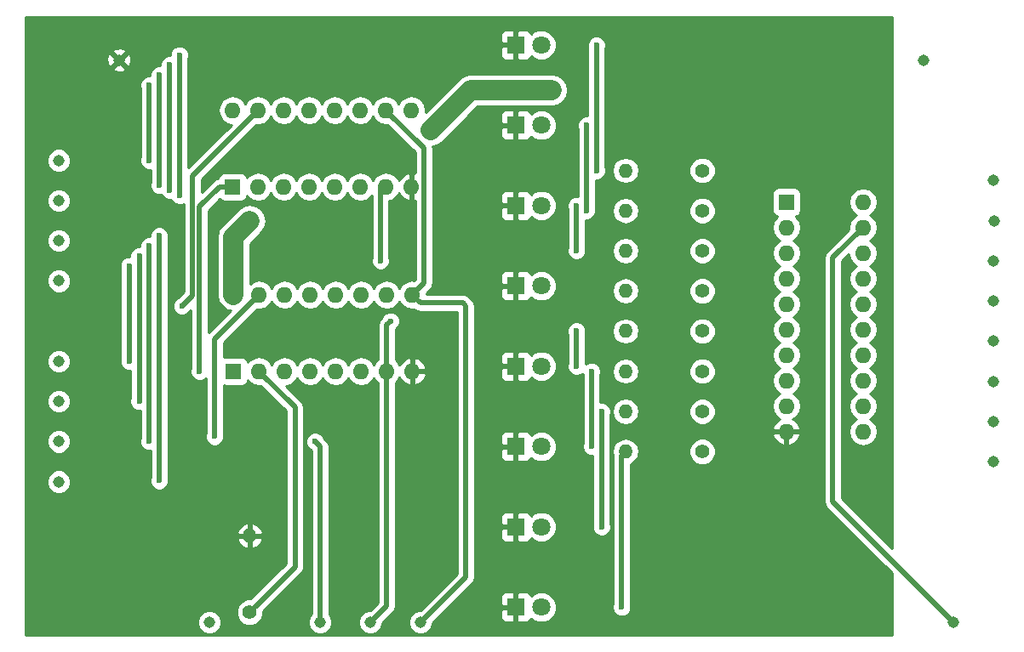
<source format=gbr>
G04 #@! TF.FileFunction,Copper,L2,Bot,Signal*
%FSLAX46Y46*%
G04 Gerber Fmt 4.6, Leading zero omitted, Abs format (unit mm)*
G04 Created by KiCad (PCBNEW 4.0.5-e0-6337~49~ubuntu16.04.1) date Fri Apr  7 18:45:19 2017*
%MOMM*%
%LPD*%
G01*
G04 APERTURE LIST*
%ADD10C,0.100000*%
%ADD11C,1.143000*%
%ADD12R,1.600000X1.600000*%
%ADD13O,1.600000X1.600000*%
%ADD14C,1.400000*%
%ADD15O,1.400000X1.400000*%
%ADD16R,1.800000X1.800000*%
%ADD17C,1.800000*%
%ADD18C,0.600000*%
%ADD19C,0.500000*%
%ADD20C,2.000000*%
%ADD21C,0.254000*%
G04 APERTURE END LIST*
D10*
D11*
X54000000Y-97000000D03*
X54000000Y-93000000D03*
X54000000Y-89000000D03*
X54000000Y-85000000D03*
X90000000Y-111000000D03*
X85000000Y-111000000D03*
X80000000Y-111000000D03*
X54000000Y-77000000D03*
X54000000Y-73000000D03*
X54000000Y-69000000D03*
X54000000Y-65000000D03*
X69000000Y-111000000D03*
X143000000Y-111000000D03*
X147000000Y-95000000D03*
X147000000Y-91000000D03*
X147000000Y-87000000D03*
X147000000Y-83000000D03*
X147000000Y-79000000D03*
X147000000Y-75000000D03*
X147050000Y-71000000D03*
X147000000Y-67000000D03*
X60000000Y-55000000D03*
X140000000Y-55000000D03*
D12*
X71300000Y-67620000D03*
D13*
X89080000Y-60000000D03*
X73840000Y-67620000D03*
X86540000Y-60000000D03*
X76380000Y-67620000D03*
X84000000Y-60000000D03*
X78920000Y-67620000D03*
X81460000Y-60000000D03*
X81460000Y-67620000D03*
X78920000Y-60000000D03*
X84000000Y-67620000D03*
X76380000Y-60000000D03*
X86540000Y-67620000D03*
X73840000Y-60000000D03*
X89080000Y-67620000D03*
X71300000Y-60000000D03*
D12*
X71380000Y-86000000D03*
D13*
X89160000Y-78380000D03*
X73920000Y-86000000D03*
X86620000Y-78380000D03*
X76460000Y-86000000D03*
X84080000Y-78380000D03*
X79000000Y-86000000D03*
X81540000Y-78380000D03*
X81540000Y-86000000D03*
X79000000Y-78380000D03*
X84080000Y-86000000D03*
X76460000Y-78380000D03*
X86620000Y-86000000D03*
X73920000Y-78380000D03*
X89160000Y-86000000D03*
X71380000Y-78380000D03*
D12*
X126380000Y-69140000D03*
D13*
X134000000Y-92000000D03*
X126380000Y-71680000D03*
X134000000Y-89460000D03*
X126380000Y-74220000D03*
X134000000Y-86920000D03*
X126380000Y-76760000D03*
X134000000Y-84380000D03*
X126380000Y-79300000D03*
X134000000Y-81840000D03*
X126380000Y-81840000D03*
X134000000Y-79300000D03*
X126380000Y-84380000D03*
X134000000Y-76760000D03*
X126380000Y-86920000D03*
X134000000Y-74220000D03*
X126380000Y-89460000D03*
X134000000Y-71680000D03*
X126380000Y-92000000D03*
X134000000Y-69140000D03*
D14*
X118000000Y-66000000D03*
D15*
X110380000Y-66000000D03*
D14*
X118000000Y-70000000D03*
D15*
X110380000Y-70000000D03*
D14*
X118000000Y-74000000D03*
D15*
X110380000Y-74000000D03*
D14*
X118000000Y-78000000D03*
D15*
X110380000Y-78000000D03*
D14*
X118000000Y-82000000D03*
D15*
X110380000Y-82000000D03*
D14*
X118000000Y-86000000D03*
D15*
X110380000Y-86000000D03*
D14*
X118000000Y-90000000D03*
D15*
X110380000Y-90000000D03*
D14*
X118000000Y-94000000D03*
D15*
X110380000Y-94000000D03*
D14*
X73000000Y-110000000D03*
D15*
X73000000Y-102380000D03*
D16*
X99460000Y-53500000D03*
D17*
X102000000Y-53500000D03*
D16*
X99460000Y-61500000D03*
D17*
X102000000Y-61500000D03*
D16*
X99460000Y-69500000D03*
D17*
X102000000Y-69500000D03*
D16*
X99460000Y-77500000D03*
D17*
X102000000Y-77500000D03*
D16*
X99460000Y-85500000D03*
D17*
X102000000Y-85500000D03*
D16*
X99460000Y-93500000D03*
D17*
X102000000Y-93500000D03*
D16*
X99460000Y-101500000D03*
D17*
X102000000Y-101500000D03*
D16*
X99460000Y-109500000D03*
D17*
X102000000Y-109500000D03*
D18*
X64000000Y-72500000D03*
X64000000Y-96900000D03*
X63000000Y-73500000D03*
X63000000Y-93000000D03*
X62000000Y-74500000D03*
X62000000Y-89000000D03*
X61000000Y-75500000D03*
X61000000Y-85000000D03*
X86000000Y-75000000D03*
X87000000Y-81000000D03*
X66250000Y-79500000D03*
X69500000Y-92500000D03*
X79500000Y-93000000D03*
X66000000Y-54500000D03*
X66000000Y-68500000D03*
X65000000Y-55500000D03*
X65000000Y-68000000D03*
X64000000Y-56500000D03*
X64000000Y-67500000D03*
X63000000Y-57500000D03*
X63000000Y-65000000D03*
X68000000Y-86000000D03*
X73000000Y-71000000D03*
X91000000Y-62000000D03*
X103000000Y-58000000D03*
X107500000Y-66000000D03*
X107500000Y-53500000D03*
X106500000Y-70000000D03*
X106500000Y-61500000D03*
X105500000Y-74000000D03*
X105500000Y-69500000D03*
X105500000Y-82000000D03*
X105500000Y-85500000D03*
X107000000Y-86000000D03*
X107000000Y-93500000D03*
X108000000Y-90000000D03*
X108000000Y-101500000D03*
X110000000Y-109500000D03*
D19*
X64000000Y-96900000D02*
X64000000Y-72500000D01*
X63000000Y-93000000D02*
X63000000Y-73500000D01*
X62000000Y-89000000D02*
X62000000Y-74500000D01*
X61000000Y-85000000D02*
X61000000Y-75500000D01*
X94500000Y-106500000D02*
X90000000Y-111000000D01*
X94500000Y-79500000D02*
X94500000Y-106500000D01*
X94179999Y-79179999D02*
X94500000Y-79500000D01*
X89160000Y-78380000D02*
X89959999Y-79179999D01*
X89959999Y-79179999D02*
X94179999Y-79179999D01*
X86540000Y-60000000D02*
X90330001Y-63790001D01*
X90330001Y-63790001D02*
X90330001Y-77209999D01*
X90330001Y-77209999D02*
X89959999Y-77580001D01*
X89959999Y-77580001D02*
X89160000Y-78380000D01*
X86000000Y-68000000D02*
X86380000Y-67620000D01*
X86380000Y-67620000D02*
X86540000Y-67620000D01*
X86000000Y-75000000D02*
X86000000Y-68000000D01*
X86620000Y-86000000D02*
X86620000Y-81380000D01*
X86620000Y-81380000D02*
X87000000Y-81000000D01*
X85000000Y-111000000D02*
X86620000Y-109380000D01*
X86620000Y-109380000D02*
X86620000Y-86000000D01*
X73840000Y-60000000D02*
X67299990Y-66540010D01*
X67299990Y-66540010D02*
X67299990Y-78450010D01*
X67299990Y-78450010D02*
X66250000Y-79500000D01*
X69500000Y-92500000D02*
X69500000Y-82800000D01*
X69500000Y-82800000D02*
X73920000Y-78380000D01*
X80000000Y-111000000D02*
X80000000Y-93500000D01*
X80000000Y-93500000D02*
X79500000Y-93000000D01*
X66000000Y-68500000D02*
X66000000Y-54500000D01*
X65000000Y-68000000D02*
X65000000Y-55500000D01*
X64000000Y-67500000D02*
X64000000Y-56500000D01*
X63000000Y-65000000D02*
X63000000Y-57500000D01*
X73920000Y-86000000D02*
X77500000Y-89580000D01*
X77500000Y-89580000D02*
X77500000Y-105500000D01*
X77500000Y-105500000D02*
X73699999Y-109300001D01*
X73699999Y-109300001D02*
X73000000Y-110000000D01*
X68000000Y-86000000D02*
X68000000Y-69620000D01*
X68000000Y-69620000D02*
X70000000Y-67620000D01*
X70000000Y-67620000D02*
X71300000Y-67620000D01*
X134000000Y-71680000D02*
X131000000Y-74680000D01*
X131000000Y-74680000D02*
X131000000Y-99000000D01*
X142428501Y-110428501D02*
X143000000Y-111000000D01*
X131000000Y-99000000D02*
X142428501Y-110428501D01*
D20*
X73000000Y-71000000D02*
X71380000Y-72620000D01*
X71380000Y-72620000D02*
X71380000Y-78380000D01*
X103000000Y-58000000D02*
X95000000Y-58000000D01*
X95000000Y-58000000D02*
X91000000Y-62000000D01*
D19*
X107500000Y-53500000D02*
X107500000Y-66000000D01*
X106500000Y-61500000D02*
X106500000Y-70000000D01*
X105500000Y-69500000D02*
X105500000Y-74000000D01*
X105500000Y-85500000D02*
X105500000Y-82000000D01*
X107000000Y-93500000D02*
X107000000Y-86000000D01*
X108000000Y-101500000D02*
X108000000Y-90000000D01*
X110000000Y-109500000D02*
X110000000Y-94380000D01*
X110000000Y-94380000D02*
X110380000Y-94000000D01*
D21*
G36*
X136873000Y-103621420D02*
X131885000Y-98633420D01*
X131885000Y-75046580D01*
X132565870Y-74365709D01*
X132646120Y-74769151D01*
X132957189Y-75234698D01*
X133339275Y-75490000D01*
X132957189Y-75745302D01*
X132646120Y-76210849D01*
X132536887Y-76760000D01*
X132646120Y-77309151D01*
X132957189Y-77774698D01*
X133339275Y-78030000D01*
X132957189Y-78285302D01*
X132646120Y-78750849D01*
X132536887Y-79300000D01*
X132646120Y-79849151D01*
X132957189Y-80314698D01*
X133339275Y-80570000D01*
X132957189Y-80825302D01*
X132646120Y-81290849D01*
X132536887Y-81840000D01*
X132646120Y-82389151D01*
X132957189Y-82854698D01*
X133339275Y-83110000D01*
X132957189Y-83365302D01*
X132646120Y-83830849D01*
X132536887Y-84380000D01*
X132646120Y-84929151D01*
X132957189Y-85394698D01*
X133339275Y-85650000D01*
X132957189Y-85905302D01*
X132646120Y-86370849D01*
X132536887Y-86920000D01*
X132646120Y-87469151D01*
X132957189Y-87934698D01*
X133339275Y-88190000D01*
X132957189Y-88445302D01*
X132646120Y-88910849D01*
X132536887Y-89460000D01*
X132646120Y-90009151D01*
X132957189Y-90474698D01*
X133339275Y-90730000D01*
X132957189Y-90985302D01*
X132646120Y-91450849D01*
X132536887Y-92000000D01*
X132646120Y-92549151D01*
X132957189Y-93014698D01*
X133422736Y-93325767D01*
X133971887Y-93435000D01*
X134028113Y-93435000D01*
X134577264Y-93325767D01*
X135042811Y-93014698D01*
X135353880Y-92549151D01*
X135463113Y-92000000D01*
X135353880Y-91450849D01*
X135042811Y-90985302D01*
X134660725Y-90730000D01*
X135042811Y-90474698D01*
X135353880Y-90009151D01*
X135463113Y-89460000D01*
X135353880Y-88910849D01*
X135042811Y-88445302D01*
X134660725Y-88190000D01*
X135042811Y-87934698D01*
X135353880Y-87469151D01*
X135463113Y-86920000D01*
X135353880Y-86370849D01*
X135042811Y-85905302D01*
X134660725Y-85650000D01*
X135042811Y-85394698D01*
X135353880Y-84929151D01*
X135463113Y-84380000D01*
X135353880Y-83830849D01*
X135042811Y-83365302D01*
X134660725Y-83110000D01*
X135042811Y-82854698D01*
X135353880Y-82389151D01*
X135463113Y-81840000D01*
X135353880Y-81290849D01*
X135042811Y-80825302D01*
X134660725Y-80570000D01*
X135042811Y-80314698D01*
X135353880Y-79849151D01*
X135463113Y-79300000D01*
X135353880Y-78750849D01*
X135042811Y-78285302D01*
X134660725Y-78030000D01*
X135042811Y-77774698D01*
X135353880Y-77309151D01*
X135463113Y-76760000D01*
X135353880Y-76210849D01*
X135042811Y-75745302D01*
X134660725Y-75490000D01*
X135042811Y-75234698D01*
X135353880Y-74769151D01*
X135463113Y-74220000D01*
X135353880Y-73670849D01*
X135042811Y-73205302D01*
X134660725Y-72950000D01*
X135042811Y-72694698D01*
X135353880Y-72229151D01*
X135463113Y-71680000D01*
X135353880Y-71130849D01*
X135042811Y-70665302D01*
X134660725Y-70410000D01*
X135042811Y-70154698D01*
X135353880Y-69689151D01*
X135463113Y-69140000D01*
X135353880Y-68590849D01*
X135042811Y-68125302D01*
X134577264Y-67814233D01*
X134028113Y-67705000D01*
X133971887Y-67705000D01*
X133422736Y-67814233D01*
X132957189Y-68125302D01*
X132646120Y-68590849D01*
X132536887Y-69140000D01*
X132646120Y-69689151D01*
X132957189Y-70154698D01*
X133339275Y-70410000D01*
X132957189Y-70665302D01*
X132646120Y-71130849D01*
X132536887Y-71680000D01*
X132571983Y-71856438D01*
X130374210Y-74054210D01*
X130182367Y-74341325D01*
X130182367Y-74341326D01*
X130114999Y-74680000D01*
X130115000Y-74680005D01*
X130115000Y-98999995D01*
X130114999Y-99000000D01*
X130171190Y-99282484D01*
X130182367Y-99338675D01*
X130374210Y-99625790D01*
X136873000Y-106124579D01*
X136873000Y-112290000D01*
X50710000Y-112290000D01*
X50710000Y-111238935D01*
X67793291Y-111238935D01*
X67976582Y-111682535D01*
X68315680Y-112022225D01*
X68758959Y-112206290D01*
X69238935Y-112206709D01*
X69682535Y-112023418D01*
X70022225Y-111684320D01*
X70206290Y-111241041D01*
X70206709Y-110761065D01*
X70023418Y-110317465D01*
X69684320Y-109977775D01*
X69241041Y-109793710D01*
X68761065Y-109793291D01*
X68317465Y-109976582D01*
X67977775Y-110315680D01*
X67793710Y-110758959D01*
X67793291Y-111238935D01*
X50710000Y-111238935D01*
X50710000Y-102713331D01*
X71707273Y-102713331D01*
X71933236Y-103182663D01*
X72321604Y-103529797D01*
X72666671Y-103672716D01*
X72873000Y-103549374D01*
X72873000Y-102507000D01*
X73127000Y-102507000D01*
X73127000Y-103549374D01*
X73333329Y-103672716D01*
X73678396Y-103529797D01*
X74066764Y-103182663D01*
X74292727Y-102713331D01*
X74170206Y-102507000D01*
X73127000Y-102507000D01*
X72873000Y-102507000D01*
X71829794Y-102507000D01*
X71707273Y-102713331D01*
X50710000Y-102713331D01*
X50710000Y-102046669D01*
X71707273Y-102046669D01*
X71829794Y-102253000D01*
X72873000Y-102253000D01*
X72873000Y-101210626D01*
X73127000Y-101210626D01*
X73127000Y-102253000D01*
X74170206Y-102253000D01*
X74292727Y-102046669D01*
X74066764Y-101577337D01*
X73678396Y-101230203D01*
X73333329Y-101087284D01*
X73127000Y-101210626D01*
X72873000Y-101210626D01*
X72666671Y-101087284D01*
X72321604Y-101230203D01*
X71933236Y-101577337D01*
X71707273Y-102046669D01*
X50710000Y-102046669D01*
X50710000Y-97238935D01*
X52793291Y-97238935D01*
X52976582Y-97682535D01*
X53315680Y-98022225D01*
X53758959Y-98206290D01*
X54238935Y-98206709D01*
X54682535Y-98023418D01*
X55022225Y-97684320D01*
X55206290Y-97241041D01*
X55206709Y-96761065D01*
X55023418Y-96317465D01*
X54684320Y-95977775D01*
X54241041Y-95793710D01*
X53761065Y-95793291D01*
X53317465Y-95976582D01*
X52977775Y-96315680D01*
X52793710Y-96758959D01*
X52793291Y-97238935D01*
X50710000Y-97238935D01*
X50710000Y-93238935D01*
X52793291Y-93238935D01*
X52976582Y-93682535D01*
X53315680Y-94022225D01*
X53758959Y-94206290D01*
X54238935Y-94206709D01*
X54682535Y-94023418D01*
X55022225Y-93684320D01*
X55206290Y-93241041D01*
X55206709Y-92761065D01*
X55023418Y-92317465D01*
X54684320Y-91977775D01*
X54241041Y-91793710D01*
X53761065Y-91793291D01*
X53317465Y-91976582D01*
X52977775Y-92315680D01*
X52793710Y-92758959D01*
X52793291Y-93238935D01*
X50710000Y-93238935D01*
X50710000Y-89238935D01*
X52793291Y-89238935D01*
X52976582Y-89682535D01*
X53315680Y-90022225D01*
X53758959Y-90206290D01*
X54238935Y-90206709D01*
X54682535Y-90023418D01*
X55022225Y-89684320D01*
X55206290Y-89241041D01*
X55206709Y-88761065D01*
X55023418Y-88317465D01*
X54684320Y-87977775D01*
X54241041Y-87793710D01*
X53761065Y-87793291D01*
X53317465Y-87976582D01*
X52977775Y-88315680D01*
X52793710Y-88758959D01*
X52793291Y-89238935D01*
X50710000Y-89238935D01*
X50710000Y-85238935D01*
X52793291Y-85238935D01*
X52976582Y-85682535D01*
X53315680Y-86022225D01*
X53758959Y-86206290D01*
X54238935Y-86206709D01*
X54682535Y-86023418D01*
X55022225Y-85684320D01*
X55206290Y-85241041D01*
X55206709Y-84761065D01*
X55023418Y-84317465D01*
X54684320Y-83977775D01*
X54241041Y-83793710D01*
X53761065Y-83793291D01*
X53317465Y-83976582D01*
X52977775Y-84315680D01*
X52793710Y-84758959D01*
X52793291Y-85238935D01*
X50710000Y-85238935D01*
X50710000Y-77238935D01*
X52793291Y-77238935D01*
X52976582Y-77682535D01*
X53315680Y-78022225D01*
X53758959Y-78206290D01*
X54238935Y-78206709D01*
X54682535Y-78023418D01*
X55022225Y-77684320D01*
X55206290Y-77241041D01*
X55206709Y-76761065D01*
X55023418Y-76317465D01*
X54684320Y-75977775D01*
X54241041Y-75793710D01*
X53761065Y-75793291D01*
X53317465Y-75976582D01*
X52977775Y-76315680D01*
X52793710Y-76758959D01*
X52793291Y-77238935D01*
X50710000Y-77238935D01*
X50710000Y-75685167D01*
X60064838Y-75685167D01*
X60115000Y-75806569D01*
X60115000Y-84693178D01*
X60065162Y-84813201D01*
X60064838Y-85185167D01*
X60206883Y-85528943D01*
X60469673Y-85792192D01*
X60813201Y-85934838D01*
X61115000Y-85935101D01*
X61115000Y-88693178D01*
X61065162Y-88813201D01*
X61064838Y-89185167D01*
X61206883Y-89528943D01*
X61469673Y-89792192D01*
X61813201Y-89934838D01*
X62115000Y-89935101D01*
X62115000Y-92693178D01*
X62065162Y-92813201D01*
X62064838Y-93185167D01*
X62206883Y-93528943D01*
X62469673Y-93792192D01*
X62813201Y-93934838D01*
X63115000Y-93935101D01*
X63115000Y-96593178D01*
X63065162Y-96713201D01*
X63064838Y-97085167D01*
X63206883Y-97428943D01*
X63469673Y-97692192D01*
X63813201Y-97834838D01*
X64185167Y-97835162D01*
X64528943Y-97693117D01*
X64792192Y-97430327D01*
X64934838Y-97086799D01*
X64935162Y-96714833D01*
X64885000Y-96593431D01*
X64885000Y-72806822D01*
X64934838Y-72686799D01*
X64935162Y-72314833D01*
X64793117Y-71971057D01*
X64530327Y-71707808D01*
X64186799Y-71565162D01*
X63814833Y-71564838D01*
X63471057Y-71706883D01*
X63207808Y-71969673D01*
X63065162Y-72313201D01*
X63064943Y-72565056D01*
X62814833Y-72564838D01*
X62471057Y-72706883D01*
X62207808Y-72969673D01*
X62065162Y-73313201D01*
X62064943Y-73565056D01*
X61814833Y-73564838D01*
X61471057Y-73706883D01*
X61207808Y-73969673D01*
X61065162Y-74313201D01*
X61064943Y-74565056D01*
X60814833Y-74564838D01*
X60471057Y-74706883D01*
X60207808Y-74969673D01*
X60065162Y-75313201D01*
X60064838Y-75685167D01*
X50710000Y-75685167D01*
X50710000Y-73238935D01*
X52793291Y-73238935D01*
X52976582Y-73682535D01*
X53315680Y-74022225D01*
X53758959Y-74206290D01*
X54238935Y-74206709D01*
X54682535Y-74023418D01*
X55022225Y-73684320D01*
X55206290Y-73241041D01*
X55206709Y-72761065D01*
X55023418Y-72317465D01*
X54684320Y-71977775D01*
X54241041Y-71793710D01*
X53761065Y-71793291D01*
X53317465Y-71976582D01*
X52977775Y-72315680D01*
X52793710Y-72758959D01*
X52793291Y-73238935D01*
X50710000Y-73238935D01*
X50710000Y-69238935D01*
X52793291Y-69238935D01*
X52976582Y-69682535D01*
X53315680Y-70022225D01*
X53758959Y-70206290D01*
X54238935Y-70206709D01*
X54682535Y-70023418D01*
X55022225Y-69684320D01*
X55206290Y-69241041D01*
X55206709Y-68761065D01*
X55023418Y-68317465D01*
X54684320Y-67977775D01*
X54241041Y-67793710D01*
X53761065Y-67793291D01*
X53317465Y-67976582D01*
X52977775Y-68315680D01*
X52793710Y-68758959D01*
X52793291Y-69238935D01*
X50710000Y-69238935D01*
X50710000Y-65238935D01*
X52793291Y-65238935D01*
X52976582Y-65682535D01*
X53315680Y-66022225D01*
X53758959Y-66206290D01*
X54238935Y-66206709D01*
X54682535Y-66023418D01*
X55022225Y-65684320D01*
X55206290Y-65241041D01*
X55206709Y-64761065D01*
X55023418Y-64317465D01*
X54684320Y-63977775D01*
X54241041Y-63793710D01*
X53761065Y-63793291D01*
X53317465Y-63976582D01*
X52977775Y-64315680D01*
X52793710Y-64758959D01*
X52793291Y-65238935D01*
X50710000Y-65238935D01*
X50710000Y-57685167D01*
X62064838Y-57685167D01*
X62115000Y-57806569D01*
X62115000Y-64693178D01*
X62065162Y-64813201D01*
X62064838Y-65185167D01*
X62206883Y-65528943D01*
X62469673Y-65792192D01*
X62813201Y-65934838D01*
X63115000Y-65935101D01*
X63115000Y-67193178D01*
X63065162Y-67313201D01*
X63064838Y-67685167D01*
X63206883Y-68028943D01*
X63469673Y-68292192D01*
X63813201Y-68434838D01*
X64168127Y-68435147D01*
X64206883Y-68528943D01*
X64469673Y-68792192D01*
X64813201Y-68934838D01*
X65168127Y-68935147D01*
X65206883Y-69028943D01*
X65469673Y-69292192D01*
X65813201Y-69434838D01*
X66185167Y-69435162D01*
X66414990Y-69340201D01*
X66414990Y-78083431D01*
X65841164Y-78657256D01*
X65721057Y-78706883D01*
X65457808Y-78969673D01*
X65315162Y-79313201D01*
X65314838Y-79685167D01*
X65456883Y-80028943D01*
X65719673Y-80292192D01*
X66063201Y-80434838D01*
X66435167Y-80435162D01*
X66778943Y-80293117D01*
X67042192Y-80030327D01*
X67092566Y-79909014D01*
X67115000Y-79886580D01*
X67115000Y-85693178D01*
X67065162Y-85813201D01*
X67064838Y-86185167D01*
X67206883Y-86528943D01*
X67469673Y-86792192D01*
X67813201Y-86934838D01*
X68185167Y-86935162D01*
X68528943Y-86793117D01*
X68615000Y-86707210D01*
X68615000Y-92193178D01*
X68565162Y-92313201D01*
X68564838Y-92685167D01*
X68706883Y-93028943D01*
X68969673Y-93292192D01*
X69313201Y-93434838D01*
X69685167Y-93435162D01*
X70028943Y-93293117D01*
X70292192Y-93030327D01*
X70434838Y-92686799D01*
X70435162Y-92314833D01*
X70385000Y-92193431D01*
X70385000Y-87407952D01*
X70580000Y-87447440D01*
X72180000Y-87447440D01*
X72415317Y-87403162D01*
X72631441Y-87264090D01*
X72776431Y-87051890D01*
X72807815Y-86896911D01*
X72905302Y-87042811D01*
X73370849Y-87353880D01*
X73920000Y-87463113D01*
X74096438Y-87428017D01*
X76615000Y-89946579D01*
X76615000Y-105133421D01*
X73083348Y-108665072D01*
X72735617Y-108664769D01*
X72244771Y-108867582D01*
X71868902Y-109242796D01*
X71665232Y-109733287D01*
X71664769Y-110264383D01*
X71867582Y-110755229D01*
X72242796Y-111131098D01*
X72733287Y-111334768D01*
X73264383Y-111335231D01*
X73755229Y-111132418D01*
X74131098Y-110757204D01*
X74334768Y-110266713D01*
X74335073Y-109916507D01*
X78125787Y-106125792D01*
X78125790Y-106125790D01*
X78317633Y-105838675D01*
X78348725Y-105682367D01*
X78385001Y-105500000D01*
X78385000Y-105499995D01*
X78385000Y-93185167D01*
X78564838Y-93185167D01*
X78706883Y-93528943D01*
X78969673Y-93792192D01*
X79090986Y-93842566D01*
X79115000Y-93866580D01*
X79115000Y-110178694D01*
X78977775Y-110315680D01*
X78793710Y-110758959D01*
X78793291Y-111238935D01*
X78976582Y-111682535D01*
X79315680Y-112022225D01*
X79758959Y-112206290D01*
X80238935Y-112206709D01*
X80682535Y-112023418D01*
X81022225Y-111684320D01*
X81206290Y-111241041D01*
X81206709Y-110761065D01*
X81023418Y-110317465D01*
X80885000Y-110178805D01*
X80885000Y-93500005D01*
X80885001Y-93500000D01*
X80822375Y-93185167D01*
X80817633Y-93161325D01*
X80625790Y-92874210D01*
X80625787Y-92874208D01*
X80342744Y-92591165D01*
X80293117Y-92471057D01*
X80030327Y-92207808D01*
X79686799Y-92065162D01*
X79314833Y-92064838D01*
X78971057Y-92206883D01*
X78707808Y-92469673D01*
X78565162Y-92813201D01*
X78564838Y-93185167D01*
X78385000Y-93185167D01*
X78385000Y-89580005D01*
X78385001Y-89580000D01*
X78317634Y-89241326D01*
X78199709Y-89064838D01*
X78125790Y-88954210D01*
X78125787Y-88954208D01*
X76605709Y-87434130D01*
X77009151Y-87353880D01*
X77474698Y-87042811D01*
X77730000Y-86660725D01*
X77985302Y-87042811D01*
X78450849Y-87353880D01*
X79000000Y-87463113D01*
X79549151Y-87353880D01*
X80014698Y-87042811D01*
X80270000Y-86660725D01*
X80525302Y-87042811D01*
X80990849Y-87353880D01*
X81540000Y-87463113D01*
X82089151Y-87353880D01*
X82554698Y-87042811D01*
X82810000Y-86660725D01*
X83065302Y-87042811D01*
X83530849Y-87353880D01*
X84080000Y-87463113D01*
X84629151Y-87353880D01*
X85094698Y-87042811D01*
X85350000Y-86660725D01*
X85605302Y-87042811D01*
X85735000Y-87129473D01*
X85735000Y-109013421D01*
X84954960Y-109793460D01*
X84761065Y-109793291D01*
X84317465Y-109976582D01*
X83977775Y-110315680D01*
X83793710Y-110758959D01*
X83793291Y-111238935D01*
X83976582Y-111682535D01*
X84315680Y-112022225D01*
X84758959Y-112206290D01*
X85238935Y-112206709D01*
X85682535Y-112023418D01*
X86022225Y-111684320D01*
X86206290Y-111241041D01*
X86206461Y-111045119D01*
X87245787Y-110005792D01*
X87245790Y-110005790D01*
X87437633Y-109718675D01*
X87453546Y-109638675D01*
X87505001Y-109380000D01*
X87505000Y-109379995D01*
X87505000Y-87129473D01*
X87634698Y-87042811D01*
X87904986Y-86638297D01*
X88007611Y-86855134D01*
X88422577Y-87231041D01*
X88810961Y-87391904D01*
X89033000Y-87269915D01*
X89033000Y-86127000D01*
X89287000Y-86127000D01*
X89287000Y-87269915D01*
X89509039Y-87391904D01*
X89897423Y-87231041D01*
X90312389Y-86855134D01*
X90551914Y-86349041D01*
X90430629Y-86127000D01*
X89287000Y-86127000D01*
X89033000Y-86127000D01*
X89013000Y-86127000D01*
X89013000Y-85873000D01*
X89033000Y-85873000D01*
X89033000Y-84730085D01*
X89287000Y-84730085D01*
X89287000Y-85873000D01*
X90430629Y-85873000D01*
X90551914Y-85650959D01*
X90312389Y-85144866D01*
X89897423Y-84768959D01*
X89509039Y-84608096D01*
X89287000Y-84730085D01*
X89033000Y-84730085D01*
X88810961Y-84608096D01*
X88422577Y-84768959D01*
X88007611Y-85144866D01*
X87904986Y-85361703D01*
X87634698Y-84957189D01*
X87505000Y-84870527D01*
X87505000Y-81803010D01*
X87528943Y-81793117D01*
X87792192Y-81530327D01*
X87934838Y-81186799D01*
X87935162Y-80814833D01*
X87793117Y-80471057D01*
X87530327Y-80207808D01*
X87186799Y-80065162D01*
X86814833Y-80064838D01*
X86471057Y-80206883D01*
X86207808Y-80469673D01*
X86157434Y-80590986D01*
X85994210Y-80754210D01*
X85802367Y-81041325D01*
X85802367Y-81041326D01*
X85734999Y-81380000D01*
X85735000Y-81380005D01*
X85735000Y-84870527D01*
X85605302Y-84957189D01*
X85350000Y-85339275D01*
X85094698Y-84957189D01*
X84629151Y-84646120D01*
X84080000Y-84536887D01*
X83530849Y-84646120D01*
X83065302Y-84957189D01*
X82810000Y-85339275D01*
X82554698Y-84957189D01*
X82089151Y-84646120D01*
X81540000Y-84536887D01*
X80990849Y-84646120D01*
X80525302Y-84957189D01*
X80270000Y-85339275D01*
X80014698Y-84957189D01*
X79549151Y-84646120D01*
X79000000Y-84536887D01*
X78450849Y-84646120D01*
X77985302Y-84957189D01*
X77730000Y-85339275D01*
X77474698Y-84957189D01*
X77009151Y-84646120D01*
X76460000Y-84536887D01*
X75910849Y-84646120D01*
X75445302Y-84957189D01*
X75190000Y-85339275D01*
X74934698Y-84957189D01*
X74469151Y-84646120D01*
X73920000Y-84536887D01*
X73370849Y-84646120D01*
X72905302Y-84957189D01*
X72808899Y-85101465D01*
X72783162Y-84964683D01*
X72644090Y-84748559D01*
X72431890Y-84603569D01*
X72180000Y-84552560D01*
X70580000Y-84552560D01*
X70385000Y-84589252D01*
X70385000Y-83166580D01*
X73743562Y-79808017D01*
X73920000Y-79843113D01*
X74469151Y-79733880D01*
X74934698Y-79422811D01*
X75190000Y-79040725D01*
X75445302Y-79422811D01*
X75910849Y-79733880D01*
X76460000Y-79843113D01*
X77009151Y-79733880D01*
X77474698Y-79422811D01*
X77730000Y-79040725D01*
X77985302Y-79422811D01*
X78450849Y-79733880D01*
X79000000Y-79843113D01*
X79549151Y-79733880D01*
X80014698Y-79422811D01*
X80270000Y-79040725D01*
X80525302Y-79422811D01*
X80990849Y-79733880D01*
X81540000Y-79843113D01*
X82089151Y-79733880D01*
X82554698Y-79422811D01*
X82810000Y-79040725D01*
X83065302Y-79422811D01*
X83530849Y-79733880D01*
X84080000Y-79843113D01*
X84629151Y-79733880D01*
X85094698Y-79422811D01*
X85350000Y-79040725D01*
X85605302Y-79422811D01*
X86070849Y-79733880D01*
X86620000Y-79843113D01*
X87169151Y-79733880D01*
X87634698Y-79422811D01*
X87890000Y-79040725D01*
X88145302Y-79422811D01*
X88610849Y-79733880D01*
X89160000Y-79843113D01*
X89337290Y-79807848D01*
X89621324Y-79997632D01*
X89959999Y-80064999D01*
X93615000Y-80064999D01*
X93615000Y-106133421D01*
X89954960Y-109793460D01*
X89761065Y-109793291D01*
X89317465Y-109976582D01*
X88977775Y-110315680D01*
X88793710Y-110758959D01*
X88793291Y-111238935D01*
X88976582Y-111682535D01*
X89315680Y-112022225D01*
X89758959Y-112206290D01*
X90238935Y-112206709D01*
X90682535Y-112023418D01*
X91022225Y-111684320D01*
X91206290Y-111241041D01*
X91206461Y-111045119D01*
X92465829Y-109785750D01*
X97925000Y-109785750D01*
X97925000Y-110526310D01*
X98021673Y-110759699D01*
X98200302Y-110938327D01*
X98433691Y-111035000D01*
X99174250Y-111035000D01*
X99333000Y-110876250D01*
X99333000Y-109627000D01*
X98083750Y-109627000D01*
X97925000Y-109785750D01*
X92465829Y-109785750D01*
X93777889Y-108473690D01*
X97925000Y-108473690D01*
X97925000Y-109214250D01*
X98083750Y-109373000D01*
X99333000Y-109373000D01*
X99333000Y-108123750D01*
X99587000Y-108123750D01*
X99587000Y-109373000D01*
X99607000Y-109373000D01*
X99607000Y-109627000D01*
X99587000Y-109627000D01*
X99587000Y-110876250D01*
X99745750Y-111035000D01*
X100486309Y-111035000D01*
X100719698Y-110938327D01*
X100898327Y-110759699D01*
X100954119Y-110625006D01*
X101129357Y-110800551D01*
X101693330Y-111034733D01*
X102303991Y-111035265D01*
X102868371Y-110802068D01*
X103300551Y-110370643D01*
X103534733Y-109806670D01*
X103535265Y-109196009D01*
X103302068Y-108631629D01*
X102870643Y-108199449D01*
X102306670Y-107965267D01*
X101696009Y-107964735D01*
X101131629Y-108197932D01*
X100954159Y-108375092D01*
X100898327Y-108240301D01*
X100719698Y-108061673D01*
X100486309Y-107965000D01*
X99745750Y-107965000D01*
X99587000Y-108123750D01*
X99333000Y-108123750D01*
X99174250Y-107965000D01*
X98433691Y-107965000D01*
X98200302Y-108061673D01*
X98021673Y-108240301D01*
X97925000Y-108473690D01*
X93777889Y-108473690D01*
X95125787Y-107125792D01*
X95125790Y-107125790D01*
X95317633Y-106838675D01*
X95328810Y-106782484D01*
X95385001Y-106500000D01*
X95385000Y-106499995D01*
X95385000Y-101785750D01*
X97925000Y-101785750D01*
X97925000Y-102526310D01*
X98021673Y-102759699D01*
X98200302Y-102938327D01*
X98433691Y-103035000D01*
X99174250Y-103035000D01*
X99333000Y-102876250D01*
X99333000Y-101627000D01*
X98083750Y-101627000D01*
X97925000Y-101785750D01*
X95385000Y-101785750D01*
X95385000Y-100473690D01*
X97925000Y-100473690D01*
X97925000Y-101214250D01*
X98083750Y-101373000D01*
X99333000Y-101373000D01*
X99333000Y-100123750D01*
X99587000Y-100123750D01*
X99587000Y-101373000D01*
X99607000Y-101373000D01*
X99607000Y-101627000D01*
X99587000Y-101627000D01*
X99587000Y-102876250D01*
X99745750Y-103035000D01*
X100486309Y-103035000D01*
X100719698Y-102938327D01*
X100898327Y-102759699D01*
X100954119Y-102625006D01*
X101129357Y-102800551D01*
X101693330Y-103034733D01*
X102303991Y-103035265D01*
X102868371Y-102802068D01*
X103300551Y-102370643D01*
X103534733Y-101806670D01*
X103535265Y-101196009D01*
X103302068Y-100631629D01*
X102870643Y-100199449D01*
X102306670Y-99965267D01*
X101696009Y-99964735D01*
X101131629Y-100197932D01*
X100954159Y-100375092D01*
X100898327Y-100240301D01*
X100719698Y-100061673D01*
X100486309Y-99965000D01*
X99745750Y-99965000D01*
X99587000Y-100123750D01*
X99333000Y-100123750D01*
X99174250Y-99965000D01*
X98433691Y-99965000D01*
X98200302Y-100061673D01*
X98021673Y-100240301D01*
X97925000Y-100473690D01*
X95385000Y-100473690D01*
X95385000Y-93785750D01*
X97925000Y-93785750D01*
X97925000Y-94526310D01*
X98021673Y-94759699D01*
X98200302Y-94938327D01*
X98433691Y-95035000D01*
X99174250Y-95035000D01*
X99333000Y-94876250D01*
X99333000Y-93627000D01*
X98083750Y-93627000D01*
X97925000Y-93785750D01*
X95385000Y-93785750D01*
X95385000Y-92473690D01*
X97925000Y-92473690D01*
X97925000Y-93214250D01*
X98083750Y-93373000D01*
X99333000Y-93373000D01*
X99333000Y-92123750D01*
X99587000Y-92123750D01*
X99587000Y-93373000D01*
X99607000Y-93373000D01*
X99607000Y-93627000D01*
X99587000Y-93627000D01*
X99587000Y-94876250D01*
X99745750Y-95035000D01*
X100486309Y-95035000D01*
X100719698Y-94938327D01*
X100898327Y-94759699D01*
X100954119Y-94625006D01*
X101129357Y-94800551D01*
X101693330Y-95034733D01*
X102303991Y-95035265D01*
X102868371Y-94802068D01*
X103300551Y-94370643D01*
X103534733Y-93806670D01*
X103535265Y-93196009D01*
X103302068Y-92631629D01*
X102870643Y-92199449D01*
X102306670Y-91965267D01*
X101696009Y-91964735D01*
X101131629Y-92197932D01*
X100954159Y-92375092D01*
X100898327Y-92240301D01*
X100719698Y-92061673D01*
X100486309Y-91965000D01*
X99745750Y-91965000D01*
X99587000Y-92123750D01*
X99333000Y-92123750D01*
X99174250Y-91965000D01*
X98433691Y-91965000D01*
X98200302Y-92061673D01*
X98021673Y-92240301D01*
X97925000Y-92473690D01*
X95385000Y-92473690D01*
X95385000Y-85785750D01*
X97925000Y-85785750D01*
X97925000Y-86526310D01*
X98021673Y-86759699D01*
X98200302Y-86938327D01*
X98433691Y-87035000D01*
X99174250Y-87035000D01*
X99333000Y-86876250D01*
X99333000Y-85627000D01*
X98083750Y-85627000D01*
X97925000Y-85785750D01*
X95385000Y-85785750D01*
X95385000Y-84473690D01*
X97925000Y-84473690D01*
X97925000Y-85214250D01*
X98083750Y-85373000D01*
X99333000Y-85373000D01*
X99333000Y-84123750D01*
X99587000Y-84123750D01*
X99587000Y-85373000D01*
X99607000Y-85373000D01*
X99607000Y-85627000D01*
X99587000Y-85627000D01*
X99587000Y-86876250D01*
X99745750Y-87035000D01*
X100486309Y-87035000D01*
X100719698Y-86938327D01*
X100898327Y-86759699D01*
X100954119Y-86625006D01*
X101129357Y-86800551D01*
X101693330Y-87034733D01*
X102303991Y-87035265D01*
X102868371Y-86802068D01*
X103300551Y-86370643D01*
X103534733Y-85806670D01*
X103535265Y-85196009D01*
X103302068Y-84631629D01*
X102870643Y-84199449D01*
X102306670Y-83965267D01*
X101696009Y-83964735D01*
X101131629Y-84197932D01*
X100954159Y-84375092D01*
X100898327Y-84240301D01*
X100719698Y-84061673D01*
X100486309Y-83965000D01*
X99745750Y-83965000D01*
X99587000Y-84123750D01*
X99333000Y-84123750D01*
X99174250Y-83965000D01*
X98433691Y-83965000D01*
X98200302Y-84061673D01*
X98021673Y-84240301D01*
X97925000Y-84473690D01*
X95385000Y-84473690D01*
X95385000Y-82185167D01*
X104564838Y-82185167D01*
X104615000Y-82306569D01*
X104615000Y-85193178D01*
X104565162Y-85313201D01*
X104564838Y-85685167D01*
X104706883Y-86028943D01*
X104969673Y-86292192D01*
X105313201Y-86434838D01*
X105685167Y-86435162D01*
X106028943Y-86293117D01*
X106085935Y-86236225D01*
X106115000Y-86306569D01*
X106115000Y-93193178D01*
X106065162Y-93313201D01*
X106064838Y-93685167D01*
X106206883Y-94028943D01*
X106469673Y-94292192D01*
X106813201Y-94434838D01*
X107115000Y-94435101D01*
X107115000Y-101193178D01*
X107065162Y-101313201D01*
X107064838Y-101685167D01*
X107206883Y-102028943D01*
X107469673Y-102292192D01*
X107813201Y-102434838D01*
X108185167Y-102435162D01*
X108528943Y-102293117D01*
X108792192Y-102030327D01*
X108934838Y-101686799D01*
X108935162Y-101314833D01*
X108885000Y-101193431D01*
X108885000Y-94000000D01*
X109018846Y-94000000D01*
X109115000Y-94483398D01*
X109115000Y-109193178D01*
X109065162Y-109313201D01*
X109064838Y-109685167D01*
X109206883Y-110028943D01*
X109469673Y-110292192D01*
X109813201Y-110434838D01*
X110185167Y-110435162D01*
X110528943Y-110293117D01*
X110792192Y-110030327D01*
X110934838Y-109686799D01*
X110935162Y-109314833D01*
X110885000Y-109193431D01*
X110885000Y-95239751D01*
X110917036Y-95233379D01*
X111350142Y-94943988D01*
X111639533Y-94510882D01*
X111688564Y-94264383D01*
X116664769Y-94264383D01*
X116867582Y-94755229D01*
X117242796Y-95131098D01*
X117733287Y-95334768D01*
X118264383Y-95335231D01*
X118755229Y-95132418D01*
X119131098Y-94757204D01*
X119334768Y-94266713D01*
X119335231Y-93735617D01*
X119132418Y-93244771D01*
X118757204Y-92868902D01*
X118266713Y-92665232D01*
X117735617Y-92664769D01*
X117244771Y-92867582D01*
X116868902Y-93242796D01*
X116665232Y-93733287D01*
X116664769Y-94264383D01*
X111688564Y-94264383D01*
X111741154Y-94000000D01*
X111639533Y-93489118D01*
X111350142Y-93056012D01*
X110917036Y-92766621D01*
X110406154Y-92665000D01*
X110353846Y-92665000D01*
X109842964Y-92766621D01*
X109409858Y-93056012D01*
X109120467Y-93489118D01*
X109018846Y-94000000D01*
X108885000Y-94000000D01*
X108885000Y-92349039D01*
X124988096Y-92349039D01*
X125148959Y-92737423D01*
X125524866Y-93152389D01*
X126030959Y-93391914D01*
X126253000Y-93270629D01*
X126253000Y-92127000D01*
X126507000Y-92127000D01*
X126507000Y-93270629D01*
X126729041Y-93391914D01*
X127235134Y-93152389D01*
X127611041Y-92737423D01*
X127771904Y-92349039D01*
X127649915Y-92127000D01*
X126507000Y-92127000D01*
X126253000Y-92127000D01*
X125110085Y-92127000D01*
X124988096Y-92349039D01*
X108885000Y-92349039D01*
X108885000Y-90306822D01*
X108934838Y-90186799D01*
X108935000Y-90000000D01*
X109018846Y-90000000D01*
X109120467Y-90510882D01*
X109409858Y-90943988D01*
X109842964Y-91233379D01*
X110353846Y-91335000D01*
X110406154Y-91335000D01*
X110917036Y-91233379D01*
X111350142Y-90943988D01*
X111639533Y-90510882D01*
X111688564Y-90264383D01*
X116664769Y-90264383D01*
X116867582Y-90755229D01*
X117242796Y-91131098D01*
X117733287Y-91334768D01*
X118264383Y-91335231D01*
X118755229Y-91132418D01*
X119131098Y-90757204D01*
X119334768Y-90266713D01*
X119335231Y-89735617D01*
X119132418Y-89244771D01*
X118757204Y-88868902D01*
X118266713Y-88665232D01*
X117735617Y-88664769D01*
X117244771Y-88867582D01*
X116868902Y-89242796D01*
X116665232Y-89733287D01*
X116664769Y-90264383D01*
X111688564Y-90264383D01*
X111741154Y-90000000D01*
X111639533Y-89489118D01*
X111350142Y-89056012D01*
X110917036Y-88766621D01*
X110406154Y-88665000D01*
X110353846Y-88665000D01*
X109842964Y-88766621D01*
X109409858Y-89056012D01*
X109120467Y-89489118D01*
X109018846Y-90000000D01*
X108935000Y-90000000D01*
X108935162Y-89814833D01*
X108793117Y-89471057D01*
X108530327Y-89207808D01*
X108186799Y-89065162D01*
X107885000Y-89064899D01*
X107885000Y-86306822D01*
X107934838Y-86186799D01*
X107935000Y-86000000D01*
X109018846Y-86000000D01*
X109120467Y-86510882D01*
X109409858Y-86943988D01*
X109842964Y-87233379D01*
X110353846Y-87335000D01*
X110406154Y-87335000D01*
X110917036Y-87233379D01*
X111350142Y-86943988D01*
X111639533Y-86510882D01*
X111688564Y-86264383D01*
X116664769Y-86264383D01*
X116867582Y-86755229D01*
X117242796Y-87131098D01*
X117733287Y-87334768D01*
X118264383Y-87335231D01*
X118755229Y-87132418D01*
X119131098Y-86757204D01*
X119334768Y-86266713D01*
X119335231Y-85735617D01*
X119132418Y-85244771D01*
X118757204Y-84868902D01*
X118266713Y-84665232D01*
X117735617Y-84664769D01*
X117244771Y-84867582D01*
X116868902Y-85242796D01*
X116665232Y-85733287D01*
X116664769Y-86264383D01*
X111688564Y-86264383D01*
X111741154Y-86000000D01*
X111639533Y-85489118D01*
X111350142Y-85056012D01*
X110917036Y-84766621D01*
X110406154Y-84665000D01*
X110353846Y-84665000D01*
X109842964Y-84766621D01*
X109409858Y-85056012D01*
X109120467Y-85489118D01*
X109018846Y-86000000D01*
X107935000Y-86000000D01*
X107935162Y-85814833D01*
X107793117Y-85471057D01*
X107530327Y-85207808D01*
X107186799Y-85065162D01*
X106814833Y-85064838D01*
X106471057Y-85206883D01*
X106414065Y-85263775D01*
X106385000Y-85193431D01*
X106385000Y-82306822D01*
X106434838Y-82186799D01*
X106435000Y-82000000D01*
X109018846Y-82000000D01*
X109120467Y-82510882D01*
X109409858Y-82943988D01*
X109842964Y-83233379D01*
X110353846Y-83335000D01*
X110406154Y-83335000D01*
X110917036Y-83233379D01*
X111350142Y-82943988D01*
X111639533Y-82510882D01*
X111688564Y-82264383D01*
X116664769Y-82264383D01*
X116867582Y-82755229D01*
X117242796Y-83131098D01*
X117733287Y-83334768D01*
X118264383Y-83335231D01*
X118755229Y-83132418D01*
X119131098Y-82757204D01*
X119334768Y-82266713D01*
X119335231Y-81735617D01*
X119132418Y-81244771D01*
X118757204Y-80868902D01*
X118266713Y-80665232D01*
X117735617Y-80664769D01*
X117244771Y-80867582D01*
X116868902Y-81242796D01*
X116665232Y-81733287D01*
X116664769Y-82264383D01*
X111688564Y-82264383D01*
X111741154Y-82000000D01*
X111639533Y-81489118D01*
X111350142Y-81056012D01*
X110917036Y-80766621D01*
X110406154Y-80665000D01*
X110353846Y-80665000D01*
X109842964Y-80766621D01*
X109409858Y-81056012D01*
X109120467Y-81489118D01*
X109018846Y-82000000D01*
X106435000Y-82000000D01*
X106435162Y-81814833D01*
X106293117Y-81471057D01*
X106030327Y-81207808D01*
X105686799Y-81065162D01*
X105314833Y-81064838D01*
X104971057Y-81206883D01*
X104707808Y-81469673D01*
X104565162Y-81813201D01*
X104564838Y-82185167D01*
X95385000Y-82185167D01*
X95385000Y-79500005D01*
X95385001Y-79500000D01*
X95324855Y-79197633D01*
X95317633Y-79161325D01*
X95125790Y-78874210D01*
X95125787Y-78874208D01*
X94805789Y-78554209D01*
X94740945Y-78510882D01*
X94518674Y-78362366D01*
X94462483Y-78351189D01*
X94179999Y-78294998D01*
X94179994Y-78294999D01*
X90583684Y-78294999D01*
X90569233Y-78222346D01*
X90585786Y-78205793D01*
X90585789Y-78205791D01*
X90955788Y-77835791D01*
X90955791Y-77835789D01*
X90989225Y-77785750D01*
X97925000Y-77785750D01*
X97925000Y-78526310D01*
X98021673Y-78759699D01*
X98200302Y-78938327D01*
X98433691Y-79035000D01*
X99174250Y-79035000D01*
X99333000Y-78876250D01*
X99333000Y-77627000D01*
X98083750Y-77627000D01*
X97925000Y-77785750D01*
X90989225Y-77785750D01*
X91147634Y-77548674D01*
X91182578Y-77373000D01*
X91215002Y-77209999D01*
X91215001Y-77209994D01*
X91215001Y-76473690D01*
X97925000Y-76473690D01*
X97925000Y-77214250D01*
X98083750Y-77373000D01*
X99333000Y-77373000D01*
X99333000Y-76123750D01*
X99587000Y-76123750D01*
X99587000Y-77373000D01*
X99607000Y-77373000D01*
X99607000Y-77627000D01*
X99587000Y-77627000D01*
X99587000Y-78876250D01*
X99745750Y-79035000D01*
X100486309Y-79035000D01*
X100719698Y-78938327D01*
X100898327Y-78759699D01*
X100954119Y-78625006D01*
X101129357Y-78800551D01*
X101693330Y-79034733D01*
X102303991Y-79035265D01*
X102868371Y-78802068D01*
X103300551Y-78370643D01*
X103454455Y-78000000D01*
X109018846Y-78000000D01*
X109120467Y-78510882D01*
X109409858Y-78943988D01*
X109842964Y-79233379D01*
X110353846Y-79335000D01*
X110406154Y-79335000D01*
X110917036Y-79233379D01*
X111350142Y-78943988D01*
X111639533Y-78510882D01*
X111688564Y-78264383D01*
X116664769Y-78264383D01*
X116867582Y-78755229D01*
X117242796Y-79131098D01*
X117733287Y-79334768D01*
X118264383Y-79335231D01*
X118755229Y-79132418D01*
X119131098Y-78757204D01*
X119334768Y-78266713D01*
X119335231Y-77735617D01*
X119132418Y-77244771D01*
X118757204Y-76868902D01*
X118266713Y-76665232D01*
X117735617Y-76664769D01*
X117244771Y-76867582D01*
X116868902Y-77242796D01*
X116665232Y-77733287D01*
X116664769Y-78264383D01*
X111688564Y-78264383D01*
X111741154Y-78000000D01*
X111639533Y-77489118D01*
X111350142Y-77056012D01*
X110917036Y-76766621D01*
X110406154Y-76665000D01*
X110353846Y-76665000D01*
X109842964Y-76766621D01*
X109409858Y-77056012D01*
X109120467Y-77489118D01*
X109018846Y-78000000D01*
X103454455Y-78000000D01*
X103534733Y-77806670D01*
X103535265Y-77196009D01*
X103302068Y-76631629D01*
X102870643Y-76199449D01*
X102306670Y-75965267D01*
X101696009Y-75964735D01*
X101131629Y-76197932D01*
X100954159Y-76375092D01*
X100898327Y-76240301D01*
X100719698Y-76061673D01*
X100486309Y-75965000D01*
X99745750Y-75965000D01*
X99587000Y-76123750D01*
X99333000Y-76123750D01*
X99174250Y-75965000D01*
X98433691Y-75965000D01*
X98200302Y-76061673D01*
X98021673Y-76240301D01*
X97925000Y-76473690D01*
X91215001Y-76473690D01*
X91215001Y-69785750D01*
X97925000Y-69785750D01*
X97925000Y-70526310D01*
X98021673Y-70759699D01*
X98200302Y-70938327D01*
X98433691Y-71035000D01*
X99174250Y-71035000D01*
X99333000Y-70876250D01*
X99333000Y-69627000D01*
X98083750Y-69627000D01*
X97925000Y-69785750D01*
X91215001Y-69785750D01*
X91215001Y-68473690D01*
X97925000Y-68473690D01*
X97925000Y-69214250D01*
X98083750Y-69373000D01*
X99333000Y-69373000D01*
X99333000Y-68123750D01*
X99587000Y-68123750D01*
X99587000Y-69373000D01*
X99607000Y-69373000D01*
X99607000Y-69627000D01*
X99587000Y-69627000D01*
X99587000Y-70876250D01*
X99745750Y-71035000D01*
X100486309Y-71035000D01*
X100719698Y-70938327D01*
X100898327Y-70759699D01*
X100954119Y-70625006D01*
X101129357Y-70800551D01*
X101693330Y-71034733D01*
X102303991Y-71035265D01*
X102868371Y-70802068D01*
X103300551Y-70370643D01*
X103534733Y-69806670D01*
X103534838Y-69685167D01*
X104564838Y-69685167D01*
X104615000Y-69806569D01*
X104615000Y-73693178D01*
X104565162Y-73813201D01*
X104564838Y-74185167D01*
X104706883Y-74528943D01*
X104969673Y-74792192D01*
X105313201Y-74934838D01*
X105685167Y-74935162D01*
X106028943Y-74793117D01*
X106292192Y-74530327D01*
X106434838Y-74186799D01*
X106435000Y-74000000D01*
X109018846Y-74000000D01*
X109120467Y-74510882D01*
X109409858Y-74943988D01*
X109842964Y-75233379D01*
X110353846Y-75335000D01*
X110406154Y-75335000D01*
X110917036Y-75233379D01*
X111350142Y-74943988D01*
X111639533Y-74510882D01*
X111688564Y-74264383D01*
X116664769Y-74264383D01*
X116867582Y-74755229D01*
X117242796Y-75131098D01*
X117733287Y-75334768D01*
X118264383Y-75335231D01*
X118755229Y-75132418D01*
X119131098Y-74757204D01*
X119334768Y-74266713D01*
X119335231Y-73735617D01*
X119132418Y-73244771D01*
X118757204Y-72868902D01*
X118266713Y-72665232D01*
X117735617Y-72664769D01*
X117244771Y-72867582D01*
X116868902Y-73242796D01*
X116665232Y-73733287D01*
X116664769Y-74264383D01*
X111688564Y-74264383D01*
X111741154Y-74000000D01*
X111639533Y-73489118D01*
X111350142Y-73056012D01*
X110917036Y-72766621D01*
X110406154Y-72665000D01*
X110353846Y-72665000D01*
X109842964Y-72766621D01*
X109409858Y-73056012D01*
X109120467Y-73489118D01*
X109018846Y-74000000D01*
X106435000Y-74000000D01*
X106435162Y-73814833D01*
X106385000Y-73693431D01*
X106385000Y-71680000D01*
X124916887Y-71680000D01*
X125026120Y-72229151D01*
X125337189Y-72694698D01*
X125719275Y-72950000D01*
X125337189Y-73205302D01*
X125026120Y-73670849D01*
X124916887Y-74220000D01*
X125026120Y-74769151D01*
X125337189Y-75234698D01*
X125719275Y-75490000D01*
X125337189Y-75745302D01*
X125026120Y-76210849D01*
X124916887Y-76760000D01*
X125026120Y-77309151D01*
X125337189Y-77774698D01*
X125719275Y-78030000D01*
X125337189Y-78285302D01*
X125026120Y-78750849D01*
X124916887Y-79300000D01*
X125026120Y-79849151D01*
X125337189Y-80314698D01*
X125719275Y-80570000D01*
X125337189Y-80825302D01*
X125026120Y-81290849D01*
X124916887Y-81840000D01*
X125026120Y-82389151D01*
X125337189Y-82854698D01*
X125719275Y-83110000D01*
X125337189Y-83365302D01*
X125026120Y-83830849D01*
X124916887Y-84380000D01*
X125026120Y-84929151D01*
X125337189Y-85394698D01*
X125719275Y-85650000D01*
X125337189Y-85905302D01*
X125026120Y-86370849D01*
X124916887Y-86920000D01*
X125026120Y-87469151D01*
X125337189Y-87934698D01*
X125719275Y-88190000D01*
X125337189Y-88445302D01*
X125026120Y-88910849D01*
X124916887Y-89460000D01*
X125026120Y-90009151D01*
X125337189Y-90474698D01*
X125741703Y-90744986D01*
X125524866Y-90847611D01*
X125148959Y-91262577D01*
X124988096Y-91650961D01*
X125110085Y-91873000D01*
X126253000Y-91873000D01*
X126253000Y-91853000D01*
X126507000Y-91853000D01*
X126507000Y-91873000D01*
X127649915Y-91873000D01*
X127771904Y-91650961D01*
X127611041Y-91262577D01*
X127235134Y-90847611D01*
X127018297Y-90744986D01*
X127422811Y-90474698D01*
X127733880Y-90009151D01*
X127843113Y-89460000D01*
X127733880Y-88910849D01*
X127422811Y-88445302D01*
X127040725Y-88190000D01*
X127422811Y-87934698D01*
X127733880Y-87469151D01*
X127843113Y-86920000D01*
X127733880Y-86370849D01*
X127422811Y-85905302D01*
X127040725Y-85650000D01*
X127422811Y-85394698D01*
X127733880Y-84929151D01*
X127843113Y-84380000D01*
X127733880Y-83830849D01*
X127422811Y-83365302D01*
X127040725Y-83110000D01*
X127422811Y-82854698D01*
X127733880Y-82389151D01*
X127843113Y-81840000D01*
X127733880Y-81290849D01*
X127422811Y-80825302D01*
X127040725Y-80570000D01*
X127422811Y-80314698D01*
X127733880Y-79849151D01*
X127843113Y-79300000D01*
X127733880Y-78750849D01*
X127422811Y-78285302D01*
X127040725Y-78030000D01*
X127422811Y-77774698D01*
X127733880Y-77309151D01*
X127843113Y-76760000D01*
X127733880Y-76210849D01*
X127422811Y-75745302D01*
X127040725Y-75490000D01*
X127422811Y-75234698D01*
X127733880Y-74769151D01*
X127843113Y-74220000D01*
X127733880Y-73670849D01*
X127422811Y-73205302D01*
X127040725Y-72950000D01*
X127422811Y-72694698D01*
X127733880Y-72229151D01*
X127843113Y-71680000D01*
X127733880Y-71130849D01*
X127422811Y-70665302D01*
X127278535Y-70568899D01*
X127415317Y-70543162D01*
X127631441Y-70404090D01*
X127776431Y-70191890D01*
X127827440Y-69940000D01*
X127827440Y-68340000D01*
X127783162Y-68104683D01*
X127644090Y-67888559D01*
X127431890Y-67743569D01*
X127180000Y-67692560D01*
X125580000Y-67692560D01*
X125344683Y-67736838D01*
X125128559Y-67875910D01*
X124983569Y-68088110D01*
X124932560Y-68340000D01*
X124932560Y-69940000D01*
X124976838Y-70175317D01*
X125115910Y-70391441D01*
X125328110Y-70536431D01*
X125483089Y-70567815D01*
X125337189Y-70665302D01*
X125026120Y-71130849D01*
X124916887Y-71680000D01*
X106385000Y-71680000D01*
X106385000Y-70934901D01*
X106685167Y-70935162D01*
X107028943Y-70793117D01*
X107292192Y-70530327D01*
X107434838Y-70186799D01*
X107435000Y-70000000D01*
X109018846Y-70000000D01*
X109120467Y-70510882D01*
X109409858Y-70943988D01*
X109842964Y-71233379D01*
X110353846Y-71335000D01*
X110406154Y-71335000D01*
X110917036Y-71233379D01*
X111350142Y-70943988D01*
X111639533Y-70510882D01*
X111688564Y-70264383D01*
X116664769Y-70264383D01*
X116867582Y-70755229D01*
X117242796Y-71131098D01*
X117733287Y-71334768D01*
X118264383Y-71335231D01*
X118755229Y-71132418D01*
X119131098Y-70757204D01*
X119334768Y-70266713D01*
X119335231Y-69735617D01*
X119132418Y-69244771D01*
X118757204Y-68868902D01*
X118266713Y-68665232D01*
X117735617Y-68664769D01*
X117244771Y-68867582D01*
X116868902Y-69242796D01*
X116665232Y-69733287D01*
X116664769Y-70264383D01*
X111688564Y-70264383D01*
X111741154Y-70000000D01*
X111639533Y-69489118D01*
X111350142Y-69056012D01*
X110917036Y-68766621D01*
X110406154Y-68665000D01*
X110353846Y-68665000D01*
X109842964Y-68766621D01*
X109409858Y-69056012D01*
X109120467Y-69489118D01*
X109018846Y-70000000D01*
X107435000Y-70000000D01*
X107435162Y-69814833D01*
X107385000Y-69693431D01*
X107385000Y-66934901D01*
X107685167Y-66935162D01*
X108028943Y-66793117D01*
X108292192Y-66530327D01*
X108434838Y-66186799D01*
X108435000Y-66000000D01*
X109018846Y-66000000D01*
X109120467Y-66510882D01*
X109409858Y-66943988D01*
X109842964Y-67233379D01*
X110353846Y-67335000D01*
X110406154Y-67335000D01*
X110917036Y-67233379D01*
X111350142Y-66943988D01*
X111639533Y-66510882D01*
X111688564Y-66264383D01*
X116664769Y-66264383D01*
X116867582Y-66755229D01*
X117242796Y-67131098D01*
X117733287Y-67334768D01*
X118264383Y-67335231D01*
X118755229Y-67132418D01*
X119131098Y-66757204D01*
X119334768Y-66266713D01*
X119335231Y-65735617D01*
X119132418Y-65244771D01*
X118757204Y-64868902D01*
X118266713Y-64665232D01*
X117735617Y-64664769D01*
X117244771Y-64867582D01*
X116868902Y-65242796D01*
X116665232Y-65733287D01*
X116664769Y-66264383D01*
X111688564Y-66264383D01*
X111741154Y-66000000D01*
X111639533Y-65489118D01*
X111350142Y-65056012D01*
X110917036Y-64766621D01*
X110406154Y-64665000D01*
X110353846Y-64665000D01*
X109842964Y-64766621D01*
X109409858Y-65056012D01*
X109120467Y-65489118D01*
X109018846Y-66000000D01*
X108435000Y-66000000D01*
X108435162Y-65814833D01*
X108385000Y-65693431D01*
X108385000Y-53806822D01*
X108434838Y-53686799D01*
X108435162Y-53314833D01*
X108293117Y-52971057D01*
X108030327Y-52707808D01*
X107686799Y-52565162D01*
X107314833Y-52564838D01*
X106971057Y-52706883D01*
X106707808Y-52969673D01*
X106565162Y-53313201D01*
X106564838Y-53685167D01*
X106615000Y-53806569D01*
X106615000Y-60565099D01*
X106314833Y-60564838D01*
X105971057Y-60706883D01*
X105707808Y-60969673D01*
X105565162Y-61313201D01*
X105564838Y-61685167D01*
X105615000Y-61806569D01*
X105615000Y-68565099D01*
X105314833Y-68564838D01*
X104971057Y-68706883D01*
X104707808Y-68969673D01*
X104565162Y-69313201D01*
X104564838Y-69685167D01*
X103534838Y-69685167D01*
X103535265Y-69196009D01*
X103302068Y-68631629D01*
X102870643Y-68199449D01*
X102306670Y-67965267D01*
X101696009Y-67964735D01*
X101131629Y-68197932D01*
X100954159Y-68375092D01*
X100898327Y-68240301D01*
X100719698Y-68061673D01*
X100486309Y-67965000D01*
X99745750Y-67965000D01*
X99587000Y-68123750D01*
X99333000Y-68123750D01*
X99174250Y-67965000D01*
X98433691Y-67965000D01*
X98200302Y-68061673D01*
X98021673Y-68240301D01*
X97925000Y-68473690D01*
X91215001Y-68473690D01*
X91215001Y-63790006D01*
X91215002Y-63790001D01*
X91177160Y-63599761D01*
X91625688Y-63510543D01*
X92156120Y-63156120D01*
X93526489Y-61785750D01*
X97925000Y-61785750D01*
X97925000Y-62526310D01*
X98021673Y-62759699D01*
X98200302Y-62938327D01*
X98433691Y-63035000D01*
X99174250Y-63035000D01*
X99333000Y-62876250D01*
X99333000Y-61627000D01*
X98083750Y-61627000D01*
X97925000Y-61785750D01*
X93526489Y-61785750D01*
X94838549Y-60473690D01*
X97925000Y-60473690D01*
X97925000Y-61214250D01*
X98083750Y-61373000D01*
X99333000Y-61373000D01*
X99333000Y-60123750D01*
X99587000Y-60123750D01*
X99587000Y-61373000D01*
X99607000Y-61373000D01*
X99607000Y-61627000D01*
X99587000Y-61627000D01*
X99587000Y-62876250D01*
X99745750Y-63035000D01*
X100486309Y-63035000D01*
X100719698Y-62938327D01*
X100898327Y-62759699D01*
X100954119Y-62625006D01*
X101129357Y-62800551D01*
X101693330Y-63034733D01*
X102303991Y-63035265D01*
X102868371Y-62802068D01*
X103300551Y-62370643D01*
X103534733Y-61806670D01*
X103535265Y-61196009D01*
X103302068Y-60631629D01*
X102870643Y-60199449D01*
X102306670Y-59965267D01*
X101696009Y-59964735D01*
X101131629Y-60197932D01*
X100954159Y-60375092D01*
X100898327Y-60240301D01*
X100719698Y-60061673D01*
X100486309Y-59965000D01*
X99745750Y-59965000D01*
X99587000Y-60123750D01*
X99333000Y-60123750D01*
X99174250Y-59965000D01*
X98433691Y-59965000D01*
X98200302Y-60061673D01*
X98021673Y-60240301D01*
X97925000Y-60473690D01*
X94838549Y-60473690D01*
X95677239Y-59635000D01*
X103000000Y-59635000D01*
X103625687Y-59510543D01*
X104156120Y-59156120D01*
X104510543Y-58625687D01*
X104635000Y-58000000D01*
X104510543Y-57374313D01*
X104156120Y-56843880D01*
X103625687Y-56489457D01*
X103000000Y-56365000D01*
X95000000Y-56365000D01*
X94374312Y-56489457D01*
X94261497Y-56564838D01*
X93843880Y-56843880D01*
X93843878Y-56843883D01*
X90479084Y-60208676D01*
X90515000Y-60028113D01*
X90515000Y-59971887D01*
X90405767Y-59422736D01*
X90094698Y-58957189D01*
X89629151Y-58646120D01*
X89080000Y-58536887D01*
X88530849Y-58646120D01*
X88065302Y-58957189D01*
X87810000Y-59339275D01*
X87554698Y-58957189D01*
X87089151Y-58646120D01*
X86540000Y-58536887D01*
X85990849Y-58646120D01*
X85525302Y-58957189D01*
X85270000Y-59339275D01*
X85014698Y-58957189D01*
X84549151Y-58646120D01*
X84000000Y-58536887D01*
X83450849Y-58646120D01*
X82985302Y-58957189D01*
X82730000Y-59339275D01*
X82474698Y-58957189D01*
X82009151Y-58646120D01*
X81460000Y-58536887D01*
X80910849Y-58646120D01*
X80445302Y-58957189D01*
X80190000Y-59339275D01*
X79934698Y-58957189D01*
X79469151Y-58646120D01*
X78920000Y-58536887D01*
X78370849Y-58646120D01*
X77905302Y-58957189D01*
X77650000Y-59339275D01*
X77394698Y-58957189D01*
X76929151Y-58646120D01*
X76380000Y-58536887D01*
X75830849Y-58646120D01*
X75365302Y-58957189D01*
X75110000Y-59339275D01*
X74854698Y-58957189D01*
X74389151Y-58646120D01*
X73840000Y-58536887D01*
X73290849Y-58646120D01*
X72825302Y-58957189D01*
X72570000Y-59339275D01*
X72314698Y-58957189D01*
X71849151Y-58646120D01*
X71300000Y-58536887D01*
X70750849Y-58646120D01*
X70285302Y-58957189D01*
X69974233Y-59422736D01*
X69865000Y-59971887D01*
X69865000Y-60028113D01*
X69974233Y-60577264D01*
X70285302Y-61042811D01*
X70750849Y-61353880D01*
X71154291Y-61434130D01*
X66885000Y-65703420D01*
X66885000Y-54806822D01*
X66934838Y-54686799D01*
X66935162Y-54314833D01*
X66793117Y-53971057D01*
X66608134Y-53785750D01*
X97925000Y-53785750D01*
X97925000Y-54526310D01*
X98021673Y-54759699D01*
X98200302Y-54938327D01*
X98433691Y-55035000D01*
X99174250Y-55035000D01*
X99333000Y-54876250D01*
X99333000Y-53627000D01*
X98083750Y-53627000D01*
X97925000Y-53785750D01*
X66608134Y-53785750D01*
X66530327Y-53707808D01*
X66186799Y-53565162D01*
X65814833Y-53564838D01*
X65471057Y-53706883D01*
X65207808Y-53969673D01*
X65065162Y-54313201D01*
X65064943Y-54565056D01*
X64814833Y-54564838D01*
X64471057Y-54706883D01*
X64207808Y-54969673D01*
X64065162Y-55313201D01*
X64064943Y-55565056D01*
X63814833Y-55564838D01*
X63471057Y-55706883D01*
X63207808Y-55969673D01*
X63065162Y-56313201D01*
X63064943Y-56565056D01*
X62814833Y-56564838D01*
X62471057Y-56706883D01*
X62207808Y-56969673D01*
X62065162Y-57313201D01*
X62064838Y-57685167D01*
X50710000Y-57685167D01*
X50710000Y-55842046D01*
X59337559Y-55842046D01*
X59383552Y-56064533D01*
X59837855Y-56219405D01*
X60316844Y-56188633D01*
X60616448Y-56064533D01*
X60662441Y-55842046D01*
X60000000Y-55179605D01*
X59337559Y-55842046D01*
X50710000Y-55842046D01*
X50710000Y-54837855D01*
X58780595Y-54837855D01*
X58811367Y-55316844D01*
X58935467Y-55616448D01*
X59157954Y-55662441D01*
X59820395Y-55000000D01*
X60179605Y-55000000D01*
X60842046Y-55662441D01*
X61064533Y-55616448D01*
X61219405Y-55162145D01*
X61188633Y-54683156D01*
X61064533Y-54383552D01*
X60842046Y-54337559D01*
X60179605Y-55000000D01*
X59820395Y-55000000D01*
X59157954Y-54337559D01*
X58935467Y-54383552D01*
X58780595Y-54837855D01*
X50710000Y-54837855D01*
X50710000Y-54157954D01*
X59337559Y-54157954D01*
X60000000Y-54820395D01*
X60662441Y-54157954D01*
X60616448Y-53935467D01*
X60162145Y-53780595D01*
X59683156Y-53811367D01*
X59383552Y-53935467D01*
X59337559Y-54157954D01*
X50710000Y-54157954D01*
X50710000Y-52473690D01*
X97925000Y-52473690D01*
X97925000Y-53214250D01*
X98083750Y-53373000D01*
X99333000Y-53373000D01*
X99333000Y-52123750D01*
X99587000Y-52123750D01*
X99587000Y-53373000D01*
X99607000Y-53373000D01*
X99607000Y-53627000D01*
X99587000Y-53627000D01*
X99587000Y-54876250D01*
X99745750Y-55035000D01*
X100486309Y-55035000D01*
X100719698Y-54938327D01*
X100898327Y-54759699D01*
X100954119Y-54625006D01*
X101129357Y-54800551D01*
X101693330Y-55034733D01*
X102303991Y-55035265D01*
X102868371Y-54802068D01*
X103300551Y-54370643D01*
X103534733Y-53806670D01*
X103535265Y-53196009D01*
X103302068Y-52631629D01*
X102870643Y-52199449D01*
X102306670Y-51965267D01*
X101696009Y-51964735D01*
X101131629Y-52197932D01*
X100954159Y-52375092D01*
X100898327Y-52240301D01*
X100719698Y-52061673D01*
X100486309Y-51965000D01*
X99745750Y-51965000D01*
X99587000Y-52123750D01*
X99333000Y-52123750D01*
X99174250Y-51965000D01*
X98433691Y-51965000D01*
X98200302Y-52061673D01*
X98021673Y-52240301D01*
X97925000Y-52473690D01*
X50710000Y-52473690D01*
X50710000Y-50710000D01*
X136873000Y-50710000D01*
X136873000Y-103621420D01*
X136873000Y-103621420D01*
G37*
X136873000Y-103621420D02*
X131885000Y-98633420D01*
X131885000Y-75046580D01*
X132565870Y-74365709D01*
X132646120Y-74769151D01*
X132957189Y-75234698D01*
X133339275Y-75490000D01*
X132957189Y-75745302D01*
X132646120Y-76210849D01*
X132536887Y-76760000D01*
X132646120Y-77309151D01*
X132957189Y-77774698D01*
X133339275Y-78030000D01*
X132957189Y-78285302D01*
X132646120Y-78750849D01*
X132536887Y-79300000D01*
X132646120Y-79849151D01*
X132957189Y-80314698D01*
X133339275Y-80570000D01*
X132957189Y-80825302D01*
X132646120Y-81290849D01*
X132536887Y-81840000D01*
X132646120Y-82389151D01*
X132957189Y-82854698D01*
X133339275Y-83110000D01*
X132957189Y-83365302D01*
X132646120Y-83830849D01*
X132536887Y-84380000D01*
X132646120Y-84929151D01*
X132957189Y-85394698D01*
X133339275Y-85650000D01*
X132957189Y-85905302D01*
X132646120Y-86370849D01*
X132536887Y-86920000D01*
X132646120Y-87469151D01*
X132957189Y-87934698D01*
X133339275Y-88190000D01*
X132957189Y-88445302D01*
X132646120Y-88910849D01*
X132536887Y-89460000D01*
X132646120Y-90009151D01*
X132957189Y-90474698D01*
X133339275Y-90730000D01*
X132957189Y-90985302D01*
X132646120Y-91450849D01*
X132536887Y-92000000D01*
X132646120Y-92549151D01*
X132957189Y-93014698D01*
X133422736Y-93325767D01*
X133971887Y-93435000D01*
X134028113Y-93435000D01*
X134577264Y-93325767D01*
X135042811Y-93014698D01*
X135353880Y-92549151D01*
X135463113Y-92000000D01*
X135353880Y-91450849D01*
X135042811Y-90985302D01*
X134660725Y-90730000D01*
X135042811Y-90474698D01*
X135353880Y-90009151D01*
X135463113Y-89460000D01*
X135353880Y-88910849D01*
X135042811Y-88445302D01*
X134660725Y-88190000D01*
X135042811Y-87934698D01*
X135353880Y-87469151D01*
X135463113Y-86920000D01*
X135353880Y-86370849D01*
X135042811Y-85905302D01*
X134660725Y-85650000D01*
X135042811Y-85394698D01*
X135353880Y-84929151D01*
X135463113Y-84380000D01*
X135353880Y-83830849D01*
X135042811Y-83365302D01*
X134660725Y-83110000D01*
X135042811Y-82854698D01*
X135353880Y-82389151D01*
X135463113Y-81840000D01*
X135353880Y-81290849D01*
X135042811Y-80825302D01*
X134660725Y-80570000D01*
X135042811Y-80314698D01*
X135353880Y-79849151D01*
X135463113Y-79300000D01*
X135353880Y-78750849D01*
X135042811Y-78285302D01*
X134660725Y-78030000D01*
X135042811Y-77774698D01*
X135353880Y-77309151D01*
X135463113Y-76760000D01*
X135353880Y-76210849D01*
X135042811Y-75745302D01*
X134660725Y-75490000D01*
X135042811Y-75234698D01*
X135353880Y-74769151D01*
X135463113Y-74220000D01*
X135353880Y-73670849D01*
X135042811Y-73205302D01*
X134660725Y-72950000D01*
X135042811Y-72694698D01*
X135353880Y-72229151D01*
X135463113Y-71680000D01*
X135353880Y-71130849D01*
X135042811Y-70665302D01*
X134660725Y-70410000D01*
X135042811Y-70154698D01*
X135353880Y-69689151D01*
X135463113Y-69140000D01*
X135353880Y-68590849D01*
X135042811Y-68125302D01*
X134577264Y-67814233D01*
X134028113Y-67705000D01*
X133971887Y-67705000D01*
X133422736Y-67814233D01*
X132957189Y-68125302D01*
X132646120Y-68590849D01*
X132536887Y-69140000D01*
X132646120Y-69689151D01*
X132957189Y-70154698D01*
X133339275Y-70410000D01*
X132957189Y-70665302D01*
X132646120Y-71130849D01*
X132536887Y-71680000D01*
X132571983Y-71856438D01*
X130374210Y-74054210D01*
X130182367Y-74341325D01*
X130182367Y-74341326D01*
X130114999Y-74680000D01*
X130115000Y-74680005D01*
X130115000Y-98999995D01*
X130114999Y-99000000D01*
X130171190Y-99282484D01*
X130182367Y-99338675D01*
X130374210Y-99625790D01*
X136873000Y-106124579D01*
X136873000Y-112290000D01*
X50710000Y-112290000D01*
X50710000Y-111238935D01*
X67793291Y-111238935D01*
X67976582Y-111682535D01*
X68315680Y-112022225D01*
X68758959Y-112206290D01*
X69238935Y-112206709D01*
X69682535Y-112023418D01*
X70022225Y-111684320D01*
X70206290Y-111241041D01*
X70206709Y-110761065D01*
X70023418Y-110317465D01*
X69684320Y-109977775D01*
X69241041Y-109793710D01*
X68761065Y-109793291D01*
X68317465Y-109976582D01*
X67977775Y-110315680D01*
X67793710Y-110758959D01*
X67793291Y-111238935D01*
X50710000Y-111238935D01*
X50710000Y-102713331D01*
X71707273Y-102713331D01*
X71933236Y-103182663D01*
X72321604Y-103529797D01*
X72666671Y-103672716D01*
X72873000Y-103549374D01*
X72873000Y-102507000D01*
X73127000Y-102507000D01*
X73127000Y-103549374D01*
X73333329Y-103672716D01*
X73678396Y-103529797D01*
X74066764Y-103182663D01*
X74292727Y-102713331D01*
X74170206Y-102507000D01*
X73127000Y-102507000D01*
X72873000Y-102507000D01*
X71829794Y-102507000D01*
X71707273Y-102713331D01*
X50710000Y-102713331D01*
X50710000Y-102046669D01*
X71707273Y-102046669D01*
X71829794Y-102253000D01*
X72873000Y-102253000D01*
X72873000Y-101210626D01*
X73127000Y-101210626D01*
X73127000Y-102253000D01*
X74170206Y-102253000D01*
X74292727Y-102046669D01*
X74066764Y-101577337D01*
X73678396Y-101230203D01*
X73333329Y-101087284D01*
X73127000Y-101210626D01*
X72873000Y-101210626D01*
X72666671Y-101087284D01*
X72321604Y-101230203D01*
X71933236Y-101577337D01*
X71707273Y-102046669D01*
X50710000Y-102046669D01*
X50710000Y-97238935D01*
X52793291Y-97238935D01*
X52976582Y-97682535D01*
X53315680Y-98022225D01*
X53758959Y-98206290D01*
X54238935Y-98206709D01*
X54682535Y-98023418D01*
X55022225Y-97684320D01*
X55206290Y-97241041D01*
X55206709Y-96761065D01*
X55023418Y-96317465D01*
X54684320Y-95977775D01*
X54241041Y-95793710D01*
X53761065Y-95793291D01*
X53317465Y-95976582D01*
X52977775Y-96315680D01*
X52793710Y-96758959D01*
X52793291Y-97238935D01*
X50710000Y-97238935D01*
X50710000Y-93238935D01*
X52793291Y-93238935D01*
X52976582Y-93682535D01*
X53315680Y-94022225D01*
X53758959Y-94206290D01*
X54238935Y-94206709D01*
X54682535Y-94023418D01*
X55022225Y-93684320D01*
X55206290Y-93241041D01*
X55206709Y-92761065D01*
X55023418Y-92317465D01*
X54684320Y-91977775D01*
X54241041Y-91793710D01*
X53761065Y-91793291D01*
X53317465Y-91976582D01*
X52977775Y-92315680D01*
X52793710Y-92758959D01*
X52793291Y-93238935D01*
X50710000Y-93238935D01*
X50710000Y-89238935D01*
X52793291Y-89238935D01*
X52976582Y-89682535D01*
X53315680Y-90022225D01*
X53758959Y-90206290D01*
X54238935Y-90206709D01*
X54682535Y-90023418D01*
X55022225Y-89684320D01*
X55206290Y-89241041D01*
X55206709Y-88761065D01*
X55023418Y-88317465D01*
X54684320Y-87977775D01*
X54241041Y-87793710D01*
X53761065Y-87793291D01*
X53317465Y-87976582D01*
X52977775Y-88315680D01*
X52793710Y-88758959D01*
X52793291Y-89238935D01*
X50710000Y-89238935D01*
X50710000Y-85238935D01*
X52793291Y-85238935D01*
X52976582Y-85682535D01*
X53315680Y-86022225D01*
X53758959Y-86206290D01*
X54238935Y-86206709D01*
X54682535Y-86023418D01*
X55022225Y-85684320D01*
X55206290Y-85241041D01*
X55206709Y-84761065D01*
X55023418Y-84317465D01*
X54684320Y-83977775D01*
X54241041Y-83793710D01*
X53761065Y-83793291D01*
X53317465Y-83976582D01*
X52977775Y-84315680D01*
X52793710Y-84758959D01*
X52793291Y-85238935D01*
X50710000Y-85238935D01*
X50710000Y-77238935D01*
X52793291Y-77238935D01*
X52976582Y-77682535D01*
X53315680Y-78022225D01*
X53758959Y-78206290D01*
X54238935Y-78206709D01*
X54682535Y-78023418D01*
X55022225Y-77684320D01*
X55206290Y-77241041D01*
X55206709Y-76761065D01*
X55023418Y-76317465D01*
X54684320Y-75977775D01*
X54241041Y-75793710D01*
X53761065Y-75793291D01*
X53317465Y-75976582D01*
X52977775Y-76315680D01*
X52793710Y-76758959D01*
X52793291Y-77238935D01*
X50710000Y-77238935D01*
X50710000Y-75685167D01*
X60064838Y-75685167D01*
X60115000Y-75806569D01*
X60115000Y-84693178D01*
X60065162Y-84813201D01*
X60064838Y-85185167D01*
X60206883Y-85528943D01*
X60469673Y-85792192D01*
X60813201Y-85934838D01*
X61115000Y-85935101D01*
X61115000Y-88693178D01*
X61065162Y-88813201D01*
X61064838Y-89185167D01*
X61206883Y-89528943D01*
X61469673Y-89792192D01*
X61813201Y-89934838D01*
X62115000Y-89935101D01*
X62115000Y-92693178D01*
X62065162Y-92813201D01*
X62064838Y-93185167D01*
X62206883Y-93528943D01*
X62469673Y-93792192D01*
X62813201Y-93934838D01*
X63115000Y-93935101D01*
X63115000Y-96593178D01*
X63065162Y-96713201D01*
X63064838Y-97085167D01*
X63206883Y-97428943D01*
X63469673Y-97692192D01*
X63813201Y-97834838D01*
X64185167Y-97835162D01*
X64528943Y-97693117D01*
X64792192Y-97430327D01*
X64934838Y-97086799D01*
X64935162Y-96714833D01*
X64885000Y-96593431D01*
X64885000Y-72806822D01*
X64934838Y-72686799D01*
X64935162Y-72314833D01*
X64793117Y-71971057D01*
X64530327Y-71707808D01*
X64186799Y-71565162D01*
X63814833Y-71564838D01*
X63471057Y-71706883D01*
X63207808Y-71969673D01*
X63065162Y-72313201D01*
X63064943Y-72565056D01*
X62814833Y-72564838D01*
X62471057Y-72706883D01*
X62207808Y-72969673D01*
X62065162Y-73313201D01*
X62064943Y-73565056D01*
X61814833Y-73564838D01*
X61471057Y-73706883D01*
X61207808Y-73969673D01*
X61065162Y-74313201D01*
X61064943Y-74565056D01*
X60814833Y-74564838D01*
X60471057Y-74706883D01*
X60207808Y-74969673D01*
X60065162Y-75313201D01*
X60064838Y-75685167D01*
X50710000Y-75685167D01*
X50710000Y-73238935D01*
X52793291Y-73238935D01*
X52976582Y-73682535D01*
X53315680Y-74022225D01*
X53758959Y-74206290D01*
X54238935Y-74206709D01*
X54682535Y-74023418D01*
X55022225Y-73684320D01*
X55206290Y-73241041D01*
X55206709Y-72761065D01*
X55023418Y-72317465D01*
X54684320Y-71977775D01*
X54241041Y-71793710D01*
X53761065Y-71793291D01*
X53317465Y-71976582D01*
X52977775Y-72315680D01*
X52793710Y-72758959D01*
X52793291Y-73238935D01*
X50710000Y-73238935D01*
X50710000Y-69238935D01*
X52793291Y-69238935D01*
X52976582Y-69682535D01*
X53315680Y-70022225D01*
X53758959Y-70206290D01*
X54238935Y-70206709D01*
X54682535Y-70023418D01*
X55022225Y-69684320D01*
X55206290Y-69241041D01*
X55206709Y-68761065D01*
X55023418Y-68317465D01*
X54684320Y-67977775D01*
X54241041Y-67793710D01*
X53761065Y-67793291D01*
X53317465Y-67976582D01*
X52977775Y-68315680D01*
X52793710Y-68758959D01*
X52793291Y-69238935D01*
X50710000Y-69238935D01*
X50710000Y-65238935D01*
X52793291Y-65238935D01*
X52976582Y-65682535D01*
X53315680Y-66022225D01*
X53758959Y-66206290D01*
X54238935Y-66206709D01*
X54682535Y-66023418D01*
X55022225Y-65684320D01*
X55206290Y-65241041D01*
X55206709Y-64761065D01*
X55023418Y-64317465D01*
X54684320Y-63977775D01*
X54241041Y-63793710D01*
X53761065Y-63793291D01*
X53317465Y-63976582D01*
X52977775Y-64315680D01*
X52793710Y-64758959D01*
X52793291Y-65238935D01*
X50710000Y-65238935D01*
X50710000Y-57685167D01*
X62064838Y-57685167D01*
X62115000Y-57806569D01*
X62115000Y-64693178D01*
X62065162Y-64813201D01*
X62064838Y-65185167D01*
X62206883Y-65528943D01*
X62469673Y-65792192D01*
X62813201Y-65934838D01*
X63115000Y-65935101D01*
X63115000Y-67193178D01*
X63065162Y-67313201D01*
X63064838Y-67685167D01*
X63206883Y-68028943D01*
X63469673Y-68292192D01*
X63813201Y-68434838D01*
X64168127Y-68435147D01*
X64206883Y-68528943D01*
X64469673Y-68792192D01*
X64813201Y-68934838D01*
X65168127Y-68935147D01*
X65206883Y-69028943D01*
X65469673Y-69292192D01*
X65813201Y-69434838D01*
X66185167Y-69435162D01*
X66414990Y-69340201D01*
X66414990Y-78083431D01*
X65841164Y-78657256D01*
X65721057Y-78706883D01*
X65457808Y-78969673D01*
X65315162Y-79313201D01*
X65314838Y-79685167D01*
X65456883Y-80028943D01*
X65719673Y-80292192D01*
X66063201Y-80434838D01*
X66435167Y-80435162D01*
X66778943Y-80293117D01*
X67042192Y-80030327D01*
X67092566Y-79909014D01*
X67115000Y-79886580D01*
X67115000Y-85693178D01*
X67065162Y-85813201D01*
X67064838Y-86185167D01*
X67206883Y-86528943D01*
X67469673Y-86792192D01*
X67813201Y-86934838D01*
X68185167Y-86935162D01*
X68528943Y-86793117D01*
X68615000Y-86707210D01*
X68615000Y-92193178D01*
X68565162Y-92313201D01*
X68564838Y-92685167D01*
X68706883Y-93028943D01*
X68969673Y-93292192D01*
X69313201Y-93434838D01*
X69685167Y-93435162D01*
X70028943Y-93293117D01*
X70292192Y-93030327D01*
X70434838Y-92686799D01*
X70435162Y-92314833D01*
X70385000Y-92193431D01*
X70385000Y-87407952D01*
X70580000Y-87447440D01*
X72180000Y-87447440D01*
X72415317Y-87403162D01*
X72631441Y-87264090D01*
X72776431Y-87051890D01*
X72807815Y-86896911D01*
X72905302Y-87042811D01*
X73370849Y-87353880D01*
X73920000Y-87463113D01*
X74096438Y-87428017D01*
X76615000Y-89946579D01*
X76615000Y-105133421D01*
X73083348Y-108665072D01*
X72735617Y-108664769D01*
X72244771Y-108867582D01*
X71868902Y-109242796D01*
X71665232Y-109733287D01*
X71664769Y-110264383D01*
X71867582Y-110755229D01*
X72242796Y-111131098D01*
X72733287Y-111334768D01*
X73264383Y-111335231D01*
X73755229Y-111132418D01*
X74131098Y-110757204D01*
X74334768Y-110266713D01*
X74335073Y-109916507D01*
X78125787Y-106125792D01*
X78125790Y-106125790D01*
X78317633Y-105838675D01*
X78348725Y-105682367D01*
X78385001Y-105500000D01*
X78385000Y-105499995D01*
X78385000Y-93185167D01*
X78564838Y-93185167D01*
X78706883Y-93528943D01*
X78969673Y-93792192D01*
X79090986Y-93842566D01*
X79115000Y-93866580D01*
X79115000Y-110178694D01*
X78977775Y-110315680D01*
X78793710Y-110758959D01*
X78793291Y-111238935D01*
X78976582Y-111682535D01*
X79315680Y-112022225D01*
X79758959Y-112206290D01*
X80238935Y-112206709D01*
X80682535Y-112023418D01*
X81022225Y-111684320D01*
X81206290Y-111241041D01*
X81206709Y-110761065D01*
X81023418Y-110317465D01*
X80885000Y-110178805D01*
X80885000Y-93500005D01*
X80885001Y-93500000D01*
X80822375Y-93185167D01*
X80817633Y-93161325D01*
X80625790Y-92874210D01*
X80625787Y-92874208D01*
X80342744Y-92591165D01*
X80293117Y-92471057D01*
X80030327Y-92207808D01*
X79686799Y-92065162D01*
X79314833Y-92064838D01*
X78971057Y-92206883D01*
X78707808Y-92469673D01*
X78565162Y-92813201D01*
X78564838Y-93185167D01*
X78385000Y-93185167D01*
X78385000Y-89580005D01*
X78385001Y-89580000D01*
X78317634Y-89241326D01*
X78199709Y-89064838D01*
X78125790Y-88954210D01*
X78125787Y-88954208D01*
X76605709Y-87434130D01*
X77009151Y-87353880D01*
X77474698Y-87042811D01*
X77730000Y-86660725D01*
X77985302Y-87042811D01*
X78450849Y-87353880D01*
X79000000Y-87463113D01*
X79549151Y-87353880D01*
X80014698Y-87042811D01*
X80270000Y-86660725D01*
X80525302Y-87042811D01*
X80990849Y-87353880D01*
X81540000Y-87463113D01*
X82089151Y-87353880D01*
X82554698Y-87042811D01*
X82810000Y-86660725D01*
X83065302Y-87042811D01*
X83530849Y-87353880D01*
X84080000Y-87463113D01*
X84629151Y-87353880D01*
X85094698Y-87042811D01*
X85350000Y-86660725D01*
X85605302Y-87042811D01*
X85735000Y-87129473D01*
X85735000Y-109013421D01*
X84954960Y-109793460D01*
X84761065Y-109793291D01*
X84317465Y-109976582D01*
X83977775Y-110315680D01*
X83793710Y-110758959D01*
X83793291Y-111238935D01*
X83976582Y-111682535D01*
X84315680Y-112022225D01*
X84758959Y-112206290D01*
X85238935Y-112206709D01*
X85682535Y-112023418D01*
X86022225Y-111684320D01*
X86206290Y-111241041D01*
X86206461Y-111045119D01*
X87245787Y-110005792D01*
X87245790Y-110005790D01*
X87437633Y-109718675D01*
X87453546Y-109638675D01*
X87505001Y-109380000D01*
X87505000Y-109379995D01*
X87505000Y-87129473D01*
X87634698Y-87042811D01*
X87904986Y-86638297D01*
X88007611Y-86855134D01*
X88422577Y-87231041D01*
X88810961Y-87391904D01*
X89033000Y-87269915D01*
X89033000Y-86127000D01*
X89287000Y-86127000D01*
X89287000Y-87269915D01*
X89509039Y-87391904D01*
X89897423Y-87231041D01*
X90312389Y-86855134D01*
X90551914Y-86349041D01*
X90430629Y-86127000D01*
X89287000Y-86127000D01*
X89033000Y-86127000D01*
X89013000Y-86127000D01*
X89013000Y-85873000D01*
X89033000Y-85873000D01*
X89033000Y-84730085D01*
X89287000Y-84730085D01*
X89287000Y-85873000D01*
X90430629Y-85873000D01*
X90551914Y-85650959D01*
X90312389Y-85144866D01*
X89897423Y-84768959D01*
X89509039Y-84608096D01*
X89287000Y-84730085D01*
X89033000Y-84730085D01*
X88810961Y-84608096D01*
X88422577Y-84768959D01*
X88007611Y-85144866D01*
X87904986Y-85361703D01*
X87634698Y-84957189D01*
X87505000Y-84870527D01*
X87505000Y-81803010D01*
X87528943Y-81793117D01*
X87792192Y-81530327D01*
X87934838Y-81186799D01*
X87935162Y-80814833D01*
X87793117Y-80471057D01*
X87530327Y-80207808D01*
X87186799Y-80065162D01*
X86814833Y-80064838D01*
X86471057Y-80206883D01*
X86207808Y-80469673D01*
X86157434Y-80590986D01*
X85994210Y-80754210D01*
X85802367Y-81041325D01*
X85802367Y-81041326D01*
X85734999Y-81380000D01*
X85735000Y-81380005D01*
X85735000Y-84870527D01*
X85605302Y-84957189D01*
X85350000Y-85339275D01*
X85094698Y-84957189D01*
X84629151Y-84646120D01*
X84080000Y-84536887D01*
X83530849Y-84646120D01*
X83065302Y-84957189D01*
X82810000Y-85339275D01*
X82554698Y-84957189D01*
X82089151Y-84646120D01*
X81540000Y-84536887D01*
X80990849Y-84646120D01*
X80525302Y-84957189D01*
X80270000Y-85339275D01*
X80014698Y-84957189D01*
X79549151Y-84646120D01*
X79000000Y-84536887D01*
X78450849Y-84646120D01*
X77985302Y-84957189D01*
X77730000Y-85339275D01*
X77474698Y-84957189D01*
X77009151Y-84646120D01*
X76460000Y-84536887D01*
X75910849Y-84646120D01*
X75445302Y-84957189D01*
X75190000Y-85339275D01*
X74934698Y-84957189D01*
X74469151Y-84646120D01*
X73920000Y-84536887D01*
X73370849Y-84646120D01*
X72905302Y-84957189D01*
X72808899Y-85101465D01*
X72783162Y-84964683D01*
X72644090Y-84748559D01*
X72431890Y-84603569D01*
X72180000Y-84552560D01*
X70580000Y-84552560D01*
X70385000Y-84589252D01*
X70385000Y-83166580D01*
X73743562Y-79808017D01*
X73920000Y-79843113D01*
X74469151Y-79733880D01*
X74934698Y-79422811D01*
X75190000Y-79040725D01*
X75445302Y-79422811D01*
X75910849Y-79733880D01*
X76460000Y-79843113D01*
X77009151Y-79733880D01*
X77474698Y-79422811D01*
X77730000Y-79040725D01*
X77985302Y-79422811D01*
X78450849Y-79733880D01*
X79000000Y-79843113D01*
X79549151Y-79733880D01*
X80014698Y-79422811D01*
X80270000Y-79040725D01*
X80525302Y-79422811D01*
X80990849Y-79733880D01*
X81540000Y-79843113D01*
X82089151Y-79733880D01*
X82554698Y-79422811D01*
X82810000Y-79040725D01*
X83065302Y-79422811D01*
X83530849Y-79733880D01*
X84080000Y-79843113D01*
X84629151Y-79733880D01*
X85094698Y-79422811D01*
X85350000Y-79040725D01*
X85605302Y-79422811D01*
X86070849Y-79733880D01*
X86620000Y-79843113D01*
X87169151Y-79733880D01*
X87634698Y-79422811D01*
X87890000Y-79040725D01*
X88145302Y-79422811D01*
X88610849Y-79733880D01*
X89160000Y-79843113D01*
X89337290Y-79807848D01*
X89621324Y-79997632D01*
X89959999Y-80064999D01*
X93615000Y-80064999D01*
X93615000Y-106133421D01*
X89954960Y-109793460D01*
X89761065Y-109793291D01*
X89317465Y-109976582D01*
X88977775Y-110315680D01*
X88793710Y-110758959D01*
X88793291Y-111238935D01*
X88976582Y-111682535D01*
X89315680Y-112022225D01*
X89758959Y-112206290D01*
X90238935Y-112206709D01*
X90682535Y-112023418D01*
X91022225Y-111684320D01*
X91206290Y-111241041D01*
X91206461Y-111045119D01*
X92465829Y-109785750D01*
X97925000Y-109785750D01*
X97925000Y-110526310D01*
X98021673Y-110759699D01*
X98200302Y-110938327D01*
X98433691Y-111035000D01*
X99174250Y-111035000D01*
X99333000Y-110876250D01*
X99333000Y-109627000D01*
X98083750Y-109627000D01*
X97925000Y-109785750D01*
X92465829Y-109785750D01*
X93777889Y-108473690D01*
X97925000Y-108473690D01*
X97925000Y-109214250D01*
X98083750Y-109373000D01*
X99333000Y-109373000D01*
X99333000Y-108123750D01*
X99587000Y-108123750D01*
X99587000Y-109373000D01*
X99607000Y-109373000D01*
X99607000Y-109627000D01*
X99587000Y-109627000D01*
X99587000Y-110876250D01*
X99745750Y-111035000D01*
X100486309Y-111035000D01*
X100719698Y-110938327D01*
X100898327Y-110759699D01*
X100954119Y-110625006D01*
X101129357Y-110800551D01*
X101693330Y-111034733D01*
X102303991Y-111035265D01*
X102868371Y-110802068D01*
X103300551Y-110370643D01*
X103534733Y-109806670D01*
X103535265Y-109196009D01*
X103302068Y-108631629D01*
X102870643Y-108199449D01*
X102306670Y-107965267D01*
X101696009Y-107964735D01*
X101131629Y-108197932D01*
X100954159Y-108375092D01*
X100898327Y-108240301D01*
X100719698Y-108061673D01*
X100486309Y-107965000D01*
X99745750Y-107965000D01*
X99587000Y-108123750D01*
X99333000Y-108123750D01*
X99174250Y-107965000D01*
X98433691Y-107965000D01*
X98200302Y-108061673D01*
X98021673Y-108240301D01*
X97925000Y-108473690D01*
X93777889Y-108473690D01*
X95125787Y-107125792D01*
X95125790Y-107125790D01*
X95317633Y-106838675D01*
X95328810Y-106782484D01*
X95385001Y-106500000D01*
X95385000Y-106499995D01*
X95385000Y-101785750D01*
X97925000Y-101785750D01*
X97925000Y-102526310D01*
X98021673Y-102759699D01*
X98200302Y-102938327D01*
X98433691Y-103035000D01*
X99174250Y-103035000D01*
X99333000Y-102876250D01*
X99333000Y-101627000D01*
X98083750Y-101627000D01*
X97925000Y-101785750D01*
X95385000Y-101785750D01*
X95385000Y-100473690D01*
X97925000Y-100473690D01*
X97925000Y-101214250D01*
X98083750Y-101373000D01*
X99333000Y-101373000D01*
X99333000Y-100123750D01*
X99587000Y-100123750D01*
X99587000Y-101373000D01*
X99607000Y-101373000D01*
X99607000Y-101627000D01*
X99587000Y-101627000D01*
X99587000Y-102876250D01*
X99745750Y-103035000D01*
X100486309Y-103035000D01*
X100719698Y-102938327D01*
X100898327Y-102759699D01*
X100954119Y-102625006D01*
X101129357Y-102800551D01*
X101693330Y-103034733D01*
X102303991Y-103035265D01*
X102868371Y-102802068D01*
X103300551Y-102370643D01*
X103534733Y-101806670D01*
X103535265Y-101196009D01*
X103302068Y-100631629D01*
X102870643Y-100199449D01*
X102306670Y-99965267D01*
X101696009Y-99964735D01*
X101131629Y-100197932D01*
X100954159Y-100375092D01*
X100898327Y-100240301D01*
X100719698Y-100061673D01*
X100486309Y-99965000D01*
X99745750Y-99965000D01*
X99587000Y-100123750D01*
X99333000Y-100123750D01*
X99174250Y-99965000D01*
X98433691Y-99965000D01*
X98200302Y-100061673D01*
X98021673Y-100240301D01*
X97925000Y-100473690D01*
X95385000Y-100473690D01*
X95385000Y-93785750D01*
X97925000Y-93785750D01*
X97925000Y-94526310D01*
X98021673Y-94759699D01*
X98200302Y-94938327D01*
X98433691Y-95035000D01*
X99174250Y-95035000D01*
X99333000Y-94876250D01*
X99333000Y-93627000D01*
X98083750Y-93627000D01*
X97925000Y-93785750D01*
X95385000Y-93785750D01*
X95385000Y-92473690D01*
X97925000Y-92473690D01*
X97925000Y-93214250D01*
X98083750Y-93373000D01*
X99333000Y-93373000D01*
X99333000Y-92123750D01*
X99587000Y-92123750D01*
X99587000Y-93373000D01*
X99607000Y-93373000D01*
X99607000Y-93627000D01*
X99587000Y-93627000D01*
X99587000Y-94876250D01*
X99745750Y-95035000D01*
X100486309Y-95035000D01*
X100719698Y-94938327D01*
X100898327Y-94759699D01*
X100954119Y-94625006D01*
X101129357Y-94800551D01*
X101693330Y-95034733D01*
X102303991Y-95035265D01*
X102868371Y-94802068D01*
X103300551Y-94370643D01*
X103534733Y-93806670D01*
X103535265Y-93196009D01*
X103302068Y-92631629D01*
X102870643Y-92199449D01*
X102306670Y-91965267D01*
X101696009Y-91964735D01*
X101131629Y-92197932D01*
X100954159Y-92375092D01*
X100898327Y-92240301D01*
X100719698Y-92061673D01*
X100486309Y-91965000D01*
X99745750Y-91965000D01*
X99587000Y-92123750D01*
X99333000Y-92123750D01*
X99174250Y-91965000D01*
X98433691Y-91965000D01*
X98200302Y-92061673D01*
X98021673Y-92240301D01*
X97925000Y-92473690D01*
X95385000Y-92473690D01*
X95385000Y-85785750D01*
X97925000Y-85785750D01*
X97925000Y-86526310D01*
X98021673Y-86759699D01*
X98200302Y-86938327D01*
X98433691Y-87035000D01*
X99174250Y-87035000D01*
X99333000Y-86876250D01*
X99333000Y-85627000D01*
X98083750Y-85627000D01*
X97925000Y-85785750D01*
X95385000Y-85785750D01*
X95385000Y-84473690D01*
X97925000Y-84473690D01*
X97925000Y-85214250D01*
X98083750Y-85373000D01*
X99333000Y-85373000D01*
X99333000Y-84123750D01*
X99587000Y-84123750D01*
X99587000Y-85373000D01*
X99607000Y-85373000D01*
X99607000Y-85627000D01*
X99587000Y-85627000D01*
X99587000Y-86876250D01*
X99745750Y-87035000D01*
X100486309Y-87035000D01*
X100719698Y-86938327D01*
X100898327Y-86759699D01*
X100954119Y-86625006D01*
X101129357Y-86800551D01*
X101693330Y-87034733D01*
X102303991Y-87035265D01*
X102868371Y-86802068D01*
X103300551Y-86370643D01*
X103534733Y-85806670D01*
X103535265Y-85196009D01*
X103302068Y-84631629D01*
X102870643Y-84199449D01*
X102306670Y-83965267D01*
X101696009Y-83964735D01*
X101131629Y-84197932D01*
X100954159Y-84375092D01*
X100898327Y-84240301D01*
X100719698Y-84061673D01*
X100486309Y-83965000D01*
X99745750Y-83965000D01*
X99587000Y-84123750D01*
X99333000Y-84123750D01*
X99174250Y-83965000D01*
X98433691Y-83965000D01*
X98200302Y-84061673D01*
X98021673Y-84240301D01*
X97925000Y-84473690D01*
X95385000Y-84473690D01*
X95385000Y-82185167D01*
X104564838Y-82185167D01*
X104615000Y-82306569D01*
X104615000Y-85193178D01*
X104565162Y-85313201D01*
X104564838Y-85685167D01*
X104706883Y-86028943D01*
X104969673Y-86292192D01*
X105313201Y-86434838D01*
X105685167Y-86435162D01*
X106028943Y-86293117D01*
X106085935Y-86236225D01*
X106115000Y-86306569D01*
X106115000Y-93193178D01*
X106065162Y-93313201D01*
X106064838Y-93685167D01*
X106206883Y-94028943D01*
X106469673Y-94292192D01*
X106813201Y-94434838D01*
X107115000Y-94435101D01*
X107115000Y-101193178D01*
X107065162Y-101313201D01*
X107064838Y-101685167D01*
X107206883Y-102028943D01*
X107469673Y-102292192D01*
X107813201Y-102434838D01*
X108185167Y-102435162D01*
X108528943Y-102293117D01*
X108792192Y-102030327D01*
X108934838Y-101686799D01*
X108935162Y-101314833D01*
X108885000Y-101193431D01*
X108885000Y-94000000D01*
X109018846Y-94000000D01*
X109115000Y-94483398D01*
X109115000Y-109193178D01*
X109065162Y-109313201D01*
X109064838Y-109685167D01*
X109206883Y-110028943D01*
X109469673Y-110292192D01*
X109813201Y-110434838D01*
X110185167Y-110435162D01*
X110528943Y-110293117D01*
X110792192Y-110030327D01*
X110934838Y-109686799D01*
X110935162Y-109314833D01*
X110885000Y-109193431D01*
X110885000Y-95239751D01*
X110917036Y-95233379D01*
X111350142Y-94943988D01*
X111639533Y-94510882D01*
X111688564Y-94264383D01*
X116664769Y-94264383D01*
X116867582Y-94755229D01*
X117242796Y-95131098D01*
X117733287Y-95334768D01*
X118264383Y-95335231D01*
X118755229Y-95132418D01*
X119131098Y-94757204D01*
X119334768Y-94266713D01*
X119335231Y-93735617D01*
X119132418Y-93244771D01*
X118757204Y-92868902D01*
X118266713Y-92665232D01*
X117735617Y-92664769D01*
X117244771Y-92867582D01*
X116868902Y-93242796D01*
X116665232Y-93733287D01*
X116664769Y-94264383D01*
X111688564Y-94264383D01*
X111741154Y-94000000D01*
X111639533Y-93489118D01*
X111350142Y-93056012D01*
X110917036Y-92766621D01*
X110406154Y-92665000D01*
X110353846Y-92665000D01*
X109842964Y-92766621D01*
X109409858Y-93056012D01*
X109120467Y-93489118D01*
X109018846Y-94000000D01*
X108885000Y-94000000D01*
X108885000Y-92349039D01*
X124988096Y-92349039D01*
X125148959Y-92737423D01*
X125524866Y-93152389D01*
X126030959Y-93391914D01*
X126253000Y-93270629D01*
X126253000Y-92127000D01*
X126507000Y-92127000D01*
X126507000Y-93270629D01*
X126729041Y-93391914D01*
X127235134Y-93152389D01*
X127611041Y-92737423D01*
X127771904Y-92349039D01*
X127649915Y-92127000D01*
X126507000Y-92127000D01*
X126253000Y-92127000D01*
X125110085Y-92127000D01*
X124988096Y-92349039D01*
X108885000Y-92349039D01*
X108885000Y-90306822D01*
X108934838Y-90186799D01*
X108935000Y-90000000D01*
X109018846Y-90000000D01*
X109120467Y-90510882D01*
X109409858Y-90943988D01*
X109842964Y-91233379D01*
X110353846Y-91335000D01*
X110406154Y-91335000D01*
X110917036Y-91233379D01*
X111350142Y-90943988D01*
X111639533Y-90510882D01*
X111688564Y-90264383D01*
X116664769Y-90264383D01*
X116867582Y-90755229D01*
X117242796Y-91131098D01*
X117733287Y-91334768D01*
X118264383Y-91335231D01*
X118755229Y-91132418D01*
X119131098Y-90757204D01*
X119334768Y-90266713D01*
X119335231Y-89735617D01*
X119132418Y-89244771D01*
X118757204Y-88868902D01*
X118266713Y-88665232D01*
X117735617Y-88664769D01*
X117244771Y-88867582D01*
X116868902Y-89242796D01*
X116665232Y-89733287D01*
X116664769Y-90264383D01*
X111688564Y-90264383D01*
X111741154Y-90000000D01*
X111639533Y-89489118D01*
X111350142Y-89056012D01*
X110917036Y-88766621D01*
X110406154Y-88665000D01*
X110353846Y-88665000D01*
X109842964Y-88766621D01*
X109409858Y-89056012D01*
X109120467Y-89489118D01*
X109018846Y-90000000D01*
X108935000Y-90000000D01*
X108935162Y-89814833D01*
X108793117Y-89471057D01*
X108530327Y-89207808D01*
X108186799Y-89065162D01*
X107885000Y-89064899D01*
X107885000Y-86306822D01*
X107934838Y-86186799D01*
X107935000Y-86000000D01*
X109018846Y-86000000D01*
X109120467Y-86510882D01*
X109409858Y-86943988D01*
X109842964Y-87233379D01*
X110353846Y-87335000D01*
X110406154Y-87335000D01*
X110917036Y-87233379D01*
X111350142Y-86943988D01*
X111639533Y-86510882D01*
X111688564Y-86264383D01*
X116664769Y-86264383D01*
X116867582Y-86755229D01*
X117242796Y-87131098D01*
X117733287Y-87334768D01*
X118264383Y-87335231D01*
X118755229Y-87132418D01*
X119131098Y-86757204D01*
X119334768Y-86266713D01*
X119335231Y-85735617D01*
X119132418Y-85244771D01*
X118757204Y-84868902D01*
X118266713Y-84665232D01*
X117735617Y-84664769D01*
X117244771Y-84867582D01*
X116868902Y-85242796D01*
X116665232Y-85733287D01*
X116664769Y-86264383D01*
X111688564Y-86264383D01*
X111741154Y-86000000D01*
X111639533Y-85489118D01*
X111350142Y-85056012D01*
X110917036Y-84766621D01*
X110406154Y-84665000D01*
X110353846Y-84665000D01*
X109842964Y-84766621D01*
X109409858Y-85056012D01*
X109120467Y-85489118D01*
X109018846Y-86000000D01*
X107935000Y-86000000D01*
X107935162Y-85814833D01*
X107793117Y-85471057D01*
X107530327Y-85207808D01*
X107186799Y-85065162D01*
X106814833Y-85064838D01*
X106471057Y-85206883D01*
X106414065Y-85263775D01*
X106385000Y-85193431D01*
X106385000Y-82306822D01*
X106434838Y-82186799D01*
X106435000Y-82000000D01*
X109018846Y-82000000D01*
X109120467Y-82510882D01*
X109409858Y-82943988D01*
X109842964Y-83233379D01*
X110353846Y-83335000D01*
X110406154Y-83335000D01*
X110917036Y-83233379D01*
X111350142Y-82943988D01*
X111639533Y-82510882D01*
X111688564Y-82264383D01*
X116664769Y-82264383D01*
X116867582Y-82755229D01*
X117242796Y-83131098D01*
X117733287Y-83334768D01*
X118264383Y-83335231D01*
X118755229Y-83132418D01*
X119131098Y-82757204D01*
X119334768Y-82266713D01*
X119335231Y-81735617D01*
X119132418Y-81244771D01*
X118757204Y-80868902D01*
X118266713Y-80665232D01*
X117735617Y-80664769D01*
X117244771Y-80867582D01*
X116868902Y-81242796D01*
X116665232Y-81733287D01*
X116664769Y-82264383D01*
X111688564Y-82264383D01*
X111741154Y-82000000D01*
X111639533Y-81489118D01*
X111350142Y-81056012D01*
X110917036Y-80766621D01*
X110406154Y-80665000D01*
X110353846Y-80665000D01*
X109842964Y-80766621D01*
X109409858Y-81056012D01*
X109120467Y-81489118D01*
X109018846Y-82000000D01*
X106435000Y-82000000D01*
X106435162Y-81814833D01*
X106293117Y-81471057D01*
X106030327Y-81207808D01*
X105686799Y-81065162D01*
X105314833Y-81064838D01*
X104971057Y-81206883D01*
X104707808Y-81469673D01*
X104565162Y-81813201D01*
X104564838Y-82185167D01*
X95385000Y-82185167D01*
X95385000Y-79500005D01*
X95385001Y-79500000D01*
X95324855Y-79197633D01*
X95317633Y-79161325D01*
X95125790Y-78874210D01*
X95125787Y-78874208D01*
X94805789Y-78554209D01*
X94740945Y-78510882D01*
X94518674Y-78362366D01*
X94462483Y-78351189D01*
X94179999Y-78294998D01*
X94179994Y-78294999D01*
X90583684Y-78294999D01*
X90569233Y-78222346D01*
X90585786Y-78205793D01*
X90585789Y-78205791D01*
X90955788Y-77835791D01*
X90955791Y-77835789D01*
X90989225Y-77785750D01*
X97925000Y-77785750D01*
X97925000Y-78526310D01*
X98021673Y-78759699D01*
X98200302Y-78938327D01*
X98433691Y-79035000D01*
X99174250Y-79035000D01*
X99333000Y-78876250D01*
X99333000Y-77627000D01*
X98083750Y-77627000D01*
X97925000Y-77785750D01*
X90989225Y-77785750D01*
X91147634Y-77548674D01*
X91182578Y-77373000D01*
X91215002Y-77209999D01*
X91215001Y-77209994D01*
X91215001Y-76473690D01*
X97925000Y-76473690D01*
X97925000Y-77214250D01*
X98083750Y-77373000D01*
X99333000Y-77373000D01*
X99333000Y-76123750D01*
X99587000Y-76123750D01*
X99587000Y-77373000D01*
X99607000Y-77373000D01*
X99607000Y-77627000D01*
X99587000Y-77627000D01*
X99587000Y-78876250D01*
X99745750Y-79035000D01*
X100486309Y-79035000D01*
X100719698Y-78938327D01*
X100898327Y-78759699D01*
X100954119Y-78625006D01*
X101129357Y-78800551D01*
X101693330Y-79034733D01*
X102303991Y-79035265D01*
X102868371Y-78802068D01*
X103300551Y-78370643D01*
X103454455Y-78000000D01*
X109018846Y-78000000D01*
X109120467Y-78510882D01*
X109409858Y-78943988D01*
X109842964Y-79233379D01*
X110353846Y-79335000D01*
X110406154Y-79335000D01*
X110917036Y-79233379D01*
X111350142Y-78943988D01*
X111639533Y-78510882D01*
X111688564Y-78264383D01*
X116664769Y-78264383D01*
X116867582Y-78755229D01*
X117242796Y-79131098D01*
X117733287Y-79334768D01*
X118264383Y-79335231D01*
X118755229Y-79132418D01*
X119131098Y-78757204D01*
X119334768Y-78266713D01*
X119335231Y-77735617D01*
X119132418Y-77244771D01*
X118757204Y-76868902D01*
X118266713Y-76665232D01*
X117735617Y-76664769D01*
X117244771Y-76867582D01*
X116868902Y-77242796D01*
X116665232Y-77733287D01*
X116664769Y-78264383D01*
X111688564Y-78264383D01*
X111741154Y-78000000D01*
X111639533Y-77489118D01*
X111350142Y-77056012D01*
X110917036Y-76766621D01*
X110406154Y-76665000D01*
X110353846Y-76665000D01*
X109842964Y-76766621D01*
X109409858Y-77056012D01*
X109120467Y-77489118D01*
X109018846Y-78000000D01*
X103454455Y-78000000D01*
X103534733Y-77806670D01*
X103535265Y-77196009D01*
X103302068Y-76631629D01*
X102870643Y-76199449D01*
X102306670Y-75965267D01*
X101696009Y-75964735D01*
X101131629Y-76197932D01*
X100954159Y-76375092D01*
X100898327Y-76240301D01*
X100719698Y-76061673D01*
X100486309Y-75965000D01*
X99745750Y-75965000D01*
X99587000Y-76123750D01*
X99333000Y-76123750D01*
X99174250Y-75965000D01*
X98433691Y-75965000D01*
X98200302Y-76061673D01*
X98021673Y-76240301D01*
X97925000Y-76473690D01*
X91215001Y-76473690D01*
X91215001Y-69785750D01*
X97925000Y-69785750D01*
X97925000Y-70526310D01*
X98021673Y-70759699D01*
X98200302Y-70938327D01*
X98433691Y-71035000D01*
X99174250Y-71035000D01*
X99333000Y-70876250D01*
X99333000Y-69627000D01*
X98083750Y-69627000D01*
X97925000Y-69785750D01*
X91215001Y-69785750D01*
X91215001Y-68473690D01*
X97925000Y-68473690D01*
X97925000Y-69214250D01*
X98083750Y-69373000D01*
X99333000Y-69373000D01*
X99333000Y-68123750D01*
X99587000Y-68123750D01*
X99587000Y-69373000D01*
X99607000Y-69373000D01*
X99607000Y-69627000D01*
X99587000Y-69627000D01*
X99587000Y-70876250D01*
X99745750Y-71035000D01*
X100486309Y-71035000D01*
X100719698Y-70938327D01*
X100898327Y-70759699D01*
X100954119Y-70625006D01*
X101129357Y-70800551D01*
X101693330Y-71034733D01*
X102303991Y-71035265D01*
X102868371Y-70802068D01*
X103300551Y-70370643D01*
X103534733Y-69806670D01*
X103534838Y-69685167D01*
X104564838Y-69685167D01*
X104615000Y-69806569D01*
X104615000Y-73693178D01*
X104565162Y-73813201D01*
X104564838Y-74185167D01*
X104706883Y-74528943D01*
X104969673Y-74792192D01*
X105313201Y-74934838D01*
X105685167Y-74935162D01*
X106028943Y-74793117D01*
X106292192Y-74530327D01*
X106434838Y-74186799D01*
X106435000Y-74000000D01*
X109018846Y-74000000D01*
X109120467Y-74510882D01*
X109409858Y-74943988D01*
X109842964Y-75233379D01*
X110353846Y-75335000D01*
X110406154Y-75335000D01*
X110917036Y-75233379D01*
X111350142Y-74943988D01*
X111639533Y-74510882D01*
X111688564Y-74264383D01*
X116664769Y-74264383D01*
X116867582Y-74755229D01*
X117242796Y-75131098D01*
X117733287Y-75334768D01*
X118264383Y-75335231D01*
X118755229Y-75132418D01*
X119131098Y-74757204D01*
X119334768Y-74266713D01*
X119335231Y-73735617D01*
X119132418Y-73244771D01*
X118757204Y-72868902D01*
X118266713Y-72665232D01*
X117735617Y-72664769D01*
X117244771Y-72867582D01*
X116868902Y-73242796D01*
X116665232Y-73733287D01*
X116664769Y-74264383D01*
X111688564Y-74264383D01*
X111741154Y-74000000D01*
X111639533Y-73489118D01*
X111350142Y-73056012D01*
X110917036Y-72766621D01*
X110406154Y-72665000D01*
X110353846Y-72665000D01*
X109842964Y-72766621D01*
X109409858Y-73056012D01*
X109120467Y-73489118D01*
X109018846Y-74000000D01*
X106435000Y-74000000D01*
X106435162Y-73814833D01*
X106385000Y-73693431D01*
X106385000Y-71680000D01*
X124916887Y-71680000D01*
X125026120Y-72229151D01*
X125337189Y-72694698D01*
X125719275Y-72950000D01*
X125337189Y-73205302D01*
X125026120Y-73670849D01*
X124916887Y-74220000D01*
X125026120Y-74769151D01*
X125337189Y-75234698D01*
X125719275Y-75490000D01*
X125337189Y-75745302D01*
X125026120Y-76210849D01*
X124916887Y-76760000D01*
X125026120Y-77309151D01*
X125337189Y-77774698D01*
X125719275Y-78030000D01*
X125337189Y-78285302D01*
X125026120Y-78750849D01*
X124916887Y-79300000D01*
X125026120Y-79849151D01*
X125337189Y-80314698D01*
X125719275Y-80570000D01*
X125337189Y-80825302D01*
X125026120Y-81290849D01*
X124916887Y-81840000D01*
X125026120Y-82389151D01*
X125337189Y-82854698D01*
X125719275Y-83110000D01*
X125337189Y-83365302D01*
X125026120Y-83830849D01*
X124916887Y-84380000D01*
X125026120Y-84929151D01*
X125337189Y-85394698D01*
X125719275Y-85650000D01*
X125337189Y-85905302D01*
X125026120Y-86370849D01*
X124916887Y-86920000D01*
X125026120Y-87469151D01*
X125337189Y-87934698D01*
X125719275Y-88190000D01*
X125337189Y-88445302D01*
X125026120Y-88910849D01*
X124916887Y-89460000D01*
X125026120Y-90009151D01*
X125337189Y-90474698D01*
X125741703Y-90744986D01*
X125524866Y-90847611D01*
X125148959Y-91262577D01*
X124988096Y-91650961D01*
X125110085Y-91873000D01*
X126253000Y-91873000D01*
X126253000Y-91853000D01*
X126507000Y-91853000D01*
X126507000Y-91873000D01*
X127649915Y-91873000D01*
X127771904Y-91650961D01*
X127611041Y-91262577D01*
X127235134Y-90847611D01*
X127018297Y-90744986D01*
X127422811Y-90474698D01*
X127733880Y-90009151D01*
X127843113Y-89460000D01*
X127733880Y-88910849D01*
X127422811Y-88445302D01*
X127040725Y-88190000D01*
X127422811Y-87934698D01*
X127733880Y-87469151D01*
X127843113Y-86920000D01*
X127733880Y-86370849D01*
X127422811Y-85905302D01*
X127040725Y-85650000D01*
X127422811Y-85394698D01*
X127733880Y-84929151D01*
X127843113Y-84380000D01*
X127733880Y-83830849D01*
X127422811Y-83365302D01*
X127040725Y-83110000D01*
X127422811Y-82854698D01*
X127733880Y-82389151D01*
X127843113Y-81840000D01*
X127733880Y-81290849D01*
X127422811Y-80825302D01*
X127040725Y-80570000D01*
X127422811Y-80314698D01*
X127733880Y-79849151D01*
X127843113Y-79300000D01*
X127733880Y-78750849D01*
X127422811Y-78285302D01*
X127040725Y-78030000D01*
X127422811Y-77774698D01*
X127733880Y-77309151D01*
X127843113Y-76760000D01*
X127733880Y-76210849D01*
X127422811Y-75745302D01*
X127040725Y-75490000D01*
X127422811Y-75234698D01*
X127733880Y-74769151D01*
X127843113Y-74220000D01*
X127733880Y-73670849D01*
X127422811Y-73205302D01*
X127040725Y-72950000D01*
X127422811Y-72694698D01*
X127733880Y-72229151D01*
X127843113Y-71680000D01*
X127733880Y-71130849D01*
X127422811Y-70665302D01*
X127278535Y-70568899D01*
X127415317Y-70543162D01*
X127631441Y-70404090D01*
X127776431Y-70191890D01*
X127827440Y-69940000D01*
X127827440Y-68340000D01*
X127783162Y-68104683D01*
X127644090Y-67888559D01*
X127431890Y-67743569D01*
X127180000Y-67692560D01*
X125580000Y-67692560D01*
X125344683Y-67736838D01*
X125128559Y-67875910D01*
X124983569Y-68088110D01*
X124932560Y-68340000D01*
X124932560Y-69940000D01*
X124976838Y-70175317D01*
X125115910Y-70391441D01*
X125328110Y-70536431D01*
X125483089Y-70567815D01*
X125337189Y-70665302D01*
X125026120Y-71130849D01*
X124916887Y-71680000D01*
X106385000Y-71680000D01*
X106385000Y-70934901D01*
X106685167Y-70935162D01*
X107028943Y-70793117D01*
X107292192Y-70530327D01*
X107434838Y-70186799D01*
X107435000Y-70000000D01*
X109018846Y-70000000D01*
X109120467Y-70510882D01*
X109409858Y-70943988D01*
X109842964Y-71233379D01*
X110353846Y-71335000D01*
X110406154Y-71335000D01*
X110917036Y-71233379D01*
X111350142Y-70943988D01*
X111639533Y-70510882D01*
X111688564Y-70264383D01*
X116664769Y-70264383D01*
X116867582Y-70755229D01*
X117242796Y-71131098D01*
X117733287Y-71334768D01*
X118264383Y-71335231D01*
X118755229Y-71132418D01*
X119131098Y-70757204D01*
X119334768Y-70266713D01*
X119335231Y-69735617D01*
X119132418Y-69244771D01*
X118757204Y-68868902D01*
X118266713Y-68665232D01*
X117735617Y-68664769D01*
X117244771Y-68867582D01*
X116868902Y-69242796D01*
X116665232Y-69733287D01*
X116664769Y-70264383D01*
X111688564Y-70264383D01*
X111741154Y-70000000D01*
X111639533Y-69489118D01*
X111350142Y-69056012D01*
X110917036Y-68766621D01*
X110406154Y-68665000D01*
X110353846Y-68665000D01*
X109842964Y-68766621D01*
X109409858Y-69056012D01*
X109120467Y-69489118D01*
X109018846Y-70000000D01*
X107435000Y-70000000D01*
X107435162Y-69814833D01*
X107385000Y-69693431D01*
X107385000Y-66934901D01*
X107685167Y-66935162D01*
X108028943Y-66793117D01*
X108292192Y-66530327D01*
X108434838Y-66186799D01*
X108435000Y-66000000D01*
X109018846Y-66000000D01*
X109120467Y-66510882D01*
X109409858Y-66943988D01*
X109842964Y-67233379D01*
X110353846Y-67335000D01*
X110406154Y-67335000D01*
X110917036Y-67233379D01*
X111350142Y-66943988D01*
X111639533Y-66510882D01*
X111688564Y-66264383D01*
X116664769Y-66264383D01*
X116867582Y-66755229D01*
X117242796Y-67131098D01*
X117733287Y-67334768D01*
X118264383Y-67335231D01*
X118755229Y-67132418D01*
X119131098Y-66757204D01*
X119334768Y-66266713D01*
X119335231Y-65735617D01*
X119132418Y-65244771D01*
X118757204Y-64868902D01*
X118266713Y-64665232D01*
X117735617Y-64664769D01*
X117244771Y-64867582D01*
X116868902Y-65242796D01*
X116665232Y-65733287D01*
X116664769Y-66264383D01*
X111688564Y-66264383D01*
X111741154Y-66000000D01*
X111639533Y-65489118D01*
X111350142Y-65056012D01*
X110917036Y-64766621D01*
X110406154Y-64665000D01*
X110353846Y-64665000D01*
X109842964Y-64766621D01*
X109409858Y-65056012D01*
X109120467Y-65489118D01*
X109018846Y-66000000D01*
X108435000Y-66000000D01*
X108435162Y-65814833D01*
X108385000Y-65693431D01*
X108385000Y-53806822D01*
X108434838Y-53686799D01*
X108435162Y-53314833D01*
X108293117Y-52971057D01*
X108030327Y-52707808D01*
X107686799Y-52565162D01*
X107314833Y-52564838D01*
X106971057Y-52706883D01*
X106707808Y-52969673D01*
X106565162Y-53313201D01*
X106564838Y-53685167D01*
X106615000Y-53806569D01*
X106615000Y-60565099D01*
X106314833Y-60564838D01*
X105971057Y-60706883D01*
X105707808Y-60969673D01*
X105565162Y-61313201D01*
X105564838Y-61685167D01*
X105615000Y-61806569D01*
X105615000Y-68565099D01*
X105314833Y-68564838D01*
X104971057Y-68706883D01*
X104707808Y-68969673D01*
X104565162Y-69313201D01*
X104564838Y-69685167D01*
X103534838Y-69685167D01*
X103535265Y-69196009D01*
X103302068Y-68631629D01*
X102870643Y-68199449D01*
X102306670Y-67965267D01*
X101696009Y-67964735D01*
X101131629Y-68197932D01*
X100954159Y-68375092D01*
X100898327Y-68240301D01*
X100719698Y-68061673D01*
X100486309Y-67965000D01*
X99745750Y-67965000D01*
X99587000Y-68123750D01*
X99333000Y-68123750D01*
X99174250Y-67965000D01*
X98433691Y-67965000D01*
X98200302Y-68061673D01*
X98021673Y-68240301D01*
X97925000Y-68473690D01*
X91215001Y-68473690D01*
X91215001Y-63790006D01*
X91215002Y-63790001D01*
X91177160Y-63599761D01*
X91625688Y-63510543D01*
X92156120Y-63156120D01*
X93526489Y-61785750D01*
X97925000Y-61785750D01*
X97925000Y-62526310D01*
X98021673Y-62759699D01*
X98200302Y-62938327D01*
X98433691Y-63035000D01*
X99174250Y-63035000D01*
X99333000Y-62876250D01*
X99333000Y-61627000D01*
X98083750Y-61627000D01*
X97925000Y-61785750D01*
X93526489Y-61785750D01*
X94838549Y-60473690D01*
X97925000Y-60473690D01*
X97925000Y-61214250D01*
X98083750Y-61373000D01*
X99333000Y-61373000D01*
X99333000Y-60123750D01*
X99587000Y-60123750D01*
X99587000Y-61373000D01*
X99607000Y-61373000D01*
X99607000Y-61627000D01*
X99587000Y-61627000D01*
X99587000Y-62876250D01*
X99745750Y-63035000D01*
X100486309Y-63035000D01*
X100719698Y-62938327D01*
X100898327Y-62759699D01*
X100954119Y-62625006D01*
X101129357Y-62800551D01*
X101693330Y-63034733D01*
X102303991Y-63035265D01*
X102868371Y-62802068D01*
X103300551Y-62370643D01*
X103534733Y-61806670D01*
X103535265Y-61196009D01*
X103302068Y-60631629D01*
X102870643Y-60199449D01*
X102306670Y-59965267D01*
X101696009Y-59964735D01*
X101131629Y-60197932D01*
X100954159Y-60375092D01*
X100898327Y-60240301D01*
X100719698Y-60061673D01*
X100486309Y-59965000D01*
X99745750Y-59965000D01*
X99587000Y-60123750D01*
X99333000Y-60123750D01*
X99174250Y-59965000D01*
X98433691Y-59965000D01*
X98200302Y-60061673D01*
X98021673Y-60240301D01*
X97925000Y-60473690D01*
X94838549Y-60473690D01*
X95677239Y-59635000D01*
X103000000Y-59635000D01*
X103625687Y-59510543D01*
X104156120Y-59156120D01*
X104510543Y-58625687D01*
X104635000Y-58000000D01*
X104510543Y-57374313D01*
X104156120Y-56843880D01*
X103625687Y-56489457D01*
X103000000Y-56365000D01*
X95000000Y-56365000D01*
X94374312Y-56489457D01*
X94261497Y-56564838D01*
X93843880Y-56843880D01*
X93843878Y-56843883D01*
X90479084Y-60208676D01*
X90515000Y-60028113D01*
X90515000Y-59971887D01*
X90405767Y-59422736D01*
X90094698Y-58957189D01*
X89629151Y-58646120D01*
X89080000Y-58536887D01*
X88530849Y-58646120D01*
X88065302Y-58957189D01*
X87810000Y-59339275D01*
X87554698Y-58957189D01*
X87089151Y-58646120D01*
X86540000Y-58536887D01*
X85990849Y-58646120D01*
X85525302Y-58957189D01*
X85270000Y-59339275D01*
X85014698Y-58957189D01*
X84549151Y-58646120D01*
X84000000Y-58536887D01*
X83450849Y-58646120D01*
X82985302Y-58957189D01*
X82730000Y-59339275D01*
X82474698Y-58957189D01*
X82009151Y-58646120D01*
X81460000Y-58536887D01*
X80910849Y-58646120D01*
X80445302Y-58957189D01*
X80190000Y-59339275D01*
X79934698Y-58957189D01*
X79469151Y-58646120D01*
X78920000Y-58536887D01*
X78370849Y-58646120D01*
X77905302Y-58957189D01*
X77650000Y-59339275D01*
X77394698Y-58957189D01*
X76929151Y-58646120D01*
X76380000Y-58536887D01*
X75830849Y-58646120D01*
X75365302Y-58957189D01*
X75110000Y-59339275D01*
X74854698Y-58957189D01*
X74389151Y-58646120D01*
X73840000Y-58536887D01*
X73290849Y-58646120D01*
X72825302Y-58957189D01*
X72570000Y-59339275D01*
X72314698Y-58957189D01*
X71849151Y-58646120D01*
X71300000Y-58536887D01*
X70750849Y-58646120D01*
X70285302Y-58957189D01*
X69974233Y-59422736D01*
X69865000Y-59971887D01*
X69865000Y-60028113D01*
X69974233Y-60577264D01*
X70285302Y-61042811D01*
X70750849Y-61353880D01*
X71154291Y-61434130D01*
X66885000Y-65703420D01*
X66885000Y-54806822D01*
X66934838Y-54686799D01*
X66935162Y-54314833D01*
X66793117Y-53971057D01*
X66608134Y-53785750D01*
X97925000Y-53785750D01*
X97925000Y-54526310D01*
X98021673Y-54759699D01*
X98200302Y-54938327D01*
X98433691Y-55035000D01*
X99174250Y-55035000D01*
X99333000Y-54876250D01*
X99333000Y-53627000D01*
X98083750Y-53627000D01*
X97925000Y-53785750D01*
X66608134Y-53785750D01*
X66530327Y-53707808D01*
X66186799Y-53565162D01*
X65814833Y-53564838D01*
X65471057Y-53706883D01*
X65207808Y-53969673D01*
X65065162Y-54313201D01*
X65064943Y-54565056D01*
X64814833Y-54564838D01*
X64471057Y-54706883D01*
X64207808Y-54969673D01*
X64065162Y-55313201D01*
X64064943Y-55565056D01*
X63814833Y-55564838D01*
X63471057Y-55706883D01*
X63207808Y-55969673D01*
X63065162Y-56313201D01*
X63064943Y-56565056D01*
X62814833Y-56564838D01*
X62471057Y-56706883D01*
X62207808Y-56969673D01*
X62065162Y-57313201D01*
X62064838Y-57685167D01*
X50710000Y-57685167D01*
X50710000Y-55842046D01*
X59337559Y-55842046D01*
X59383552Y-56064533D01*
X59837855Y-56219405D01*
X60316844Y-56188633D01*
X60616448Y-56064533D01*
X60662441Y-55842046D01*
X60000000Y-55179605D01*
X59337559Y-55842046D01*
X50710000Y-55842046D01*
X50710000Y-54837855D01*
X58780595Y-54837855D01*
X58811367Y-55316844D01*
X58935467Y-55616448D01*
X59157954Y-55662441D01*
X59820395Y-55000000D01*
X60179605Y-55000000D01*
X60842046Y-55662441D01*
X61064533Y-55616448D01*
X61219405Y-55162145D01*
X61188633Y-54683156D01*
X61064533Y-54383552D01*
X60842046Y-54337559D01*
X60179605Y-55000000D01*
X59820395Y-55000000D01*
X59157954Y-54337559D01*
X58935467Y-54383552D01*
X58780595Y-54837855D01*
X50710000Y-54837855D01*
X50710000Y-54157954D01*
X59337559Y-54157954D01*
X60000000Y-54820395D01*
X60662441Y-54157954D01*
X60616448Y-53935467D01*
X60162145Y-53780595D01*
X59683156Y-53811367D01*
X59383552Y-53935467D01*
X59337559Y-54157954D01*
X50710000Y-54157954D01*
X50710000Y-52473690D01*
X97925000Y-52473690D01*
X97925000Y-53214250D01*
X98083750Y-53373000D01*
X99333000Y-53373000D01*
X99333000Y-52123750D01*
X99587000Y-52123750D01*
X99587000Y-53373000D01*
X99607000Y-53373000D01*
X99607000Y-53627000D01*
X99587000Y-53627000D01*
X99587000Y-54876250D01*
X99745750Y-55035000D01*
X100486309Y-55035000D01*
X100719698Y-54938327D01*
X100898327Y-54759699D01*
X100954119Y-54625006D01*
X101129357Y-54800551D01*
X101693330Y-55034733D01*
X102303991Y-55035265D01*
X102868371Y-54802068D01*
X103300551Y-54370643D01*
X103534733Y-53806670D01*
X103535265Y-53196009D01*
X103302068Y-52631629D01*
X102870643Y-52199449D01*
X102306670Y-51965267D01*
X101696009Y-51964735D01*
X101131629Y-52197932D01*
X100954159Y-52375092D01*
X100898327Y-52240301D01*
X100719698Y-52061673D01*
X100486309Y-51965000D01*
X99745750Y-51965000D01*
X99587000Y-52123750D01*
X99333000Y-52123750D01*
X99174250Y-51965000D01*
X98433691Y-51965000D01*
X98200302Y-52061673D01*
X98021673Y-52240301D01*
X97925000Y-52473690D01*
X50710000Y-52473690D01*
X50710000Y-50710000D01*
X136873000Y-50710000D01*
X136873000Y-103621420D01*
G36*
X85525302Y-61042811D02*
X85990849Y-61353880D01*
X86540000Y-61463113D01*
X86716438Y-61428017D01*
X89445001Y-64156580D01*
X89445001Y-66234707D01*
X89429039Y-66228096D01*
X89207000Y-66350085D01*
X89207000Y-67493000D01*
X89227000Y-67493000D01*
X89227000Y-67747000D01*
X89207000Y-67747000D01*
X89207000Y-68889915D01*
X89429039Y-69011904D01*
X89445001Y-69005293D01*
X89445001Y-76843419D01*
X89336437Y-76951983D01*
X89160000Y-76916887D01*
X88610849Y-77026120D01*
X88145302Y-77337189D01*
X87890000Y-77719275D01*
X87634698Y-77337189D01*
X87169151Y-77026120D01*
X86620000Y-76916887D01*
X86070849Y-77026120D01*
X85605302Y-77337189D01*
X85350000Y-77719275D01*
X85094698Y-77337189D01*
X84629151Y-77026120D01*
X84080000Y-76916887D01*
X83530849Y-77026120D01*
X83065302Y-77337189D01*
X82810000Y-77719275D01*
X82554698Y-77337189D01*
X82089151Y-77026120D01*
X81540000Y-76916887D01*
X80990849Y-77026120D01*
X80525302Y-77337189D01*
X80270000Y-77719275D01*
X80014698Y-77337189D01*
X79549151Y-77026120D01*
X79000000Y-76916887D01*
X78450849Y-77026120D01*
X77985302Y-77337189D01*
X77730000Y-77719275D01*
X77474698Y-77337189D01*
X77009151Y-77026120D01*
X76460000Y-76916887D01*
X75910849Y-77026120D01*
X75445302Y-77337189D01*
X75190000Y-77719275D01*
X74934698Y-77337189D01*
X74469151Y-77026120D01*
X73920000Y-76916887D01*
X73370849Y-77026120D01*
X73015000Y-77263891D01*
X73015000Y-73297240D01*
X74156120Y-72156120D01*
X74510543Y-71625688D01*
X74635001Y-71000000D01*
X74510543Y-70374312D01*
X74156120Y-69843880D01*
X73625688Y-69489457D01*
X73000000Y-69364999D01*
X72374312Y-69489457D01*
X71843880Y-69843880D01*
X70223880Y-71463880D01*
X69869457Y-71994312D01*
X69744999Y-72620000D01*
X69745000Y-72620005D01*
X69745000Y-78380000D01*
X69869457Y-79005687D01*
X70223880Y-79536120D01*
X70754313Y-79890543D01*
X71090922Y-79957499D01*
X68885000Y-82163420D01*
X68885000Y-69986580D01*
X70021904Y-68849675D01*
X70035910Y-68871441D01*
X70248110Y-69016431D01*
X70500000Y-69067440D01*
X72100000Y-69067440D01*
X72335317Y-69023162D01*
X72551441Y-68884090D01*
X72696431Y-68671890D01*
X72727815Y-68516911D01*
X72825302Y-68662811D01*
X73290849Y-68973880D01*
X73840000Y-69083113D01*
X74389151Y-68973880D01*
X74854698Y-68662811D01*
X75110000Y-68280725D01*
X75365302Y-68662811D01*
X75830849Y-68973880D01*
X76380000Y-69083113D01*
X76929151Y-68973880D01*
X77394698Y-68662811D01*
X77650000Y-68280725D01*
X77905302Y-68662811D01*
X78370849Y-68973880D01*
X78920000Y-69083113D01*
X79469151Y-68973880D01*
X79934698Y-68662811D01*
X80190000Y-68280725D01*
X80445302Y-68662811D01*
X80910849Y-68973880D01*
X81460000Y-69083113D01*
X82009151Y-68973880D01*
X82474698Y-68662811D01*
X82730000Y-68280725D01*
X82985302Y-68662811D01*
X83450849Y-68973880D01*
X84000000Y-69083113D01*
X84549151Y-68973880D01*
X85014698Y-68662811D01*
X85115000Y-68512699D01*
X85115000Y-74693178D01*
X85065162Y-74813201D01*
X85064838Y-75185167D01*
X85206883Y-75528943D01*
X85469673Y-75792192D01*
X85813201Y-75934838D01*
X86185167Y-75935162D01*
X86528943Y-75793117D01*
X86792192Y-75530327D01*
X86934838Y-75186799D01*
X86935162Y-74814833D01*
X86885000Y-74693431D01*
X86885000Y-69014488D01*
X87089151Y-68973880D01*
X87554698Y-68662811D01*
X87824986Y-68258297D01*
X87927611Y-68475134D01*
X88342577Y-68851041D01*
X88730961Y-69011904D01*
X88953000Y-68889915D01*
X88953000Y-67747000D01*
X88933000Y-67747000D01*
X88933000Y-67493000D01*
X88953000Y-67493000D01*
X88953000Y-66350085D01*
X88730961Y-66228096D01*
X88342577Y-66388959D01*
X87927611Y-66764866D01*
X87824986Y-66981703D01*
X87554698Y-66577189D01*
X87089151Y-66266120D01*
X86540000Y-66156887D01*
X85990849Y-66266120D01*
X85525302Y-66577189D01*
X85270000Y-66959275D01*
X85014698Y-66577189D01*
X84549151Y-66266120D01*
X84000000Y-66156887D01*
X83450849Y-66266120D01*
X82985302Y-66577189D01*
X82730000Y-66959275D01*
X82474698Y-66577189D01*
X82009151Y-66266120D01*
X81460000Y-66156887D01*
X80910849Y-66266120D01*
X80445302Y-66577189D01*
X80190000Y-66959275D01*
X79934698Y-66577189D01*
X79469151Y-66266120D01*
X78920000Y-66156887D01*
X78370849Y-66266120D01*
X77905302Y-66577189D01*
X77650000Y-66959275D01*
X77394698Y-66577189D01*
X76929151Y-66266120D01*
X76380000Y-66156887D01*
X75830849Y-66266120D01*
X75365302Y-66577189D01*
X75110000Y-66959275D01*
X74854698Y-66577189D01*
X74389151Y-66266120D01*
X73840000Y-66156887D01*
X73290849Y-66266120D01*
X72825302Y-66577189D01*
X72728899Y-66721465D01*
X72703162Y-66584683D01*
X72564090Y-66368559D01*
X72351890Y-66223569D01*
X72100000Y-66172560D01*
X70500000Y-66172560D01*
X70264683Y-66216838D01*
X70048559Y-66355910D01*
X69903569Y-66568110D01*
X69864307Y-66761991D01*
X69661325Y-66802367D01*
X69374210Y-66994210D01*
X69374208Y-66994213D01*
X68184990Y-68183430D01*
X68184990Y-66906590D01*
X73663562Y-61428017D01*
X73840000Y-61463113D01*
X74389151Y-61353880D01*
X74854698Y-61042811D01*
X75110000Y-60660725D01*
X75365302Y-61042811D01*
X75830849Y-61353880D01*
X76380000Y-61463113D01*
X76929151Y-61353880D01*
X77394698Y-61042811D01*
X77650000Y-60660725D01*
X77905302Y-61042811D01*
X78370849Y-61353880D01*
X78920000Y-61463113D01*
X79469151Y-61353880D01*
X79934698Y-61042811D01*
X80190000Y-60660725D01*
X80445302Y-61042811D01*
X80910849Y-61353880D01*
X81460000Y-61463113D01*
X82009151Y-61353880D01*
X82474698Y-61042811D01*
X82730000Y-60660725D01*
X82985302Y-61042811D01*
X83450849Y-61353880D01*
X84000000Y-61463113D01*
X84549151Y-61353880D01*
X85014698Y-61042811D01*
X85270000Y-60660725D01*
X85525302Y-61042811D01*
X85525302Y-61042811D01*
G37*
X85525302Y-61042811D02*
X85990849Y-61353880D01*
X86540000Y-61463113D01*
X86716438Y-61428017D01*
X89445001Y-64156580D01*
X89445001Y-66234707D01*
X89429039Y-66228096D01*
X89207000Y-66350085D01*
X89207000Y-67493000D01*
X89227000Y-67493000D01*
X89227000Y-67747000D01*
X89207000Y-67747000D01*
X89207000Y-68889915D01*
X89429039Y-69011904D01*
X89445001Y-69005293D01*
X89445001Y-76843419D01*
X89336437Y-76951983D01*
X89160000Y-76916887D01*
X88610849Y-77026120D01*
X88145302Y-77337189D01*
X87890000Y-77719275D01*
X87634698Y-77337189D01*
X87169151Y-77026120D01*
X86620000Y-76916887D01*
X86070849Y-77026120D01*
X85605302Y-77337189D01*
X85350000Y-77719275D01*
X85094698Y-77337189D01*
X84629151Y-77026120D01*
X84080000Y-76916887D01*
X83530849Y-77026120D01*
X83065302Y-77337189D01*
X82810000Y-77719275D01*
X82554698Y-77337189D01*
X82089151Y-77026120D01*
X81540000Y-76916887D01*
X80990849Y-77026120D01*
X80525302Y-77337189D01*
X80270000Y-77719275D01*
X80014698Y-77337189D01*
X79549151Y-77026120D01*
X79000000Y-76916887D01*
X78450849Y-77026120D01*
X77985302Y-77337189D01*
X77730000Y-77719275D01*
X77474698Y-77337189D01*
X77009151Y-77026120D01*
X76460000Y-76916887D01*
X75910849Y-77026120D01*
X75445302Y-77337189D01*
X75190000Y-77719275D01*
X74934698Y-77337189D01*
X74469151Y-77026120D01*
X73920000Y-76916887D01*
X73370849Y-77026120D01*
X73015000Y-77263891D01*
X73015000Y-73297240D01*
X74156120Y-72156120D01*
X74510543Y-71625688D01*
X74635001Y-71000000D01*
X74510543Y-70374312D01*
X74156120Y-69843880D01*
X73625688Y-69489457D01*
X73000000Y-69364999D01*
X72374312Y-69489457D01*
X71843880Y-69843880D01*
X70223880Y-71463880D01*
X69869457Y-71994312D01*
X69744999Y-72620000D01*
X69745000Y-72620005D01*
X69745000Y-78380000D01*
X69869457Y-79005687D01*
X70223880Y-79536120D01*
X70754313Y-79890543D01*
X71090922Y-79957499D01*
X68885000Y-82163420D01*
X68885000Y-69986580D01*
X70021904Y-68849675D01*
X70035910Y-68871441D01*
X70248110Y-69016431D01*
X70500000Y-69067440D01*
X72100000Y-69067440D01*
X72335317Y-69023162D01*
X72551441Y-68884090D01*
X72696431Y-68671890D01*
X72727815Y-68516911D01*
X72825302Y-68662811D01*
X73290849Y-68973880D01*
X73840000Y-69083113D01*
X74389151Y-68973880D01*
X74854698Y-68662811D01*
X75110000Y-68280725D01*
X75365302Y-68662811D01*
X75830849Y-68973880D01*
X76380000Y-69083113D01*
X76929151Y-68973880D01*
X77394698Y-68662811D01*
X77650000Y-68280725D01*
X77905302Y-68662811D01*
X78370849Y-68973880D01*
X78920000Y-69083113D01*
X79469151Y-68973880D01*
X79934698Y-68662811D01*
X80190000Y-68280725D01*
X80445302Y-68662811D01*
X80910849Y-68973880D01*
X81460000Y-69083113D01*
X82009151Y-68973880D01*
X82474698Y-68662811D01*
X82730000Y-68280725D01*
X82985302Y-68662811D01*
X83450849Y-68973880D01*
X84000000Y-69083113D01*
X84549151Y-68973880D01*
X85014698Y-68662811D01*
X85115000Y-68512699D01*
X85115000Y-74693178D01*
X85065162Y-74813201D01*
X85064838Y-75185167D01*
X85206883Y-75528943D01*
X85469673Y-75792192D01*
X85813201Y-75934838D01*
X86185167Y-75935162D01*
X86528943Y-75793117D01*
X86792192Y-75530327D01*
X86934838Y-75186799D01*
X86935162Y-74814833D01*
X86885000Y-74693431D01*
X86885000Y-69014488D01*
X87089151Y-68973880D01*
X87554698Y-68662811D01*
X87824986Y-68258297D01*
X87927611Y-68475134D01*
X88342577Y-68851041D01*
X88730961Y-69011904D01*
X88953000Y-68889915D01*
X88953000Y-67747000D01*
X88933000Y-67747000D01*
X88933000Y-67493000D01*
X88953000Y-67493000D01*
X88953000Y-66350085D01*
X88730961Y-66228096D01*
X88342577Y-66388959D01*
X87927611Y-66764866D01*
X87824986Y-66981703D01*
X87554698Y-66577189D01*
X87089151Y-66266120D01*
X86540000Y-66156887D01*
X85990849Y-66266120D01*
X85525302Y-66577189D01*
X85270000Y-66959275D01*
X85014698Y-66577189D01*
X84549151Y-66266120D01*
X84000000Y-66156887D01*
X83450849Y-66266120D01*
X82985302Y-66577189D01*
X82730000Y-66959275D01*
X82474698Y-66577189D01*
X82009151Y-66266120D01*
X81460000Y-66156887D01*
X80910849Y-66266120D01*
X80445302Y-66577189D01*
X80190000Y-66959275D01*
X79934698Y-66577189D01*
X79469151Y-66266120D01*
X78920000Y-66156887D01*
X78370849Y-66266120D01*
X77905302Y-66577189D01*
X77650000Y-66959275D01*
X77394698Y-66577189D01*
X76929151Y-66266120D01*
X76380000Y-66156887D01*
X75830849Y-66266120D01*
X75365302Y-66577189D01*
X75110000Y-66959275D01*
X74854698Y-66577189D01*
X74389151Y-66266120D01*
X73840000Y-66156887D01*
X73290849Y-66266120D01*
X72825302Y-66577189D01*
X72728899Y-66721465D01*
X72703162Y-66584683D01*
X72564090Y-66368559D01*
X72351890Y-66223569D01*
X72100000Y-66172560D01*
X70500000Y-66172560D01*
X70264683Y-66216838D01*
X70048559Y-66355910D01*
X69903569Y-66568110D01*
X69864307Y-66761991D01*
X69661325Y-66802367D01*
X69374210Y-66994210D01*
X69374208Y-66994213D01*
X68184990Y-68183430D01*
X68184990Y-66906590D01*
X73663562Y-61428017D01*
X73840000Y-61463113D01*
X74389151Y-61353880D01*
X74854698Y-61042811D01*
X75110000Y-60660725D01*
X75365302Y-61042811D01*
X75830849Y-61353880D01*
X76380000Y-61463113D01*
X76929151Y-61353880D01*
X77394698Y-61042811D01*
X77650000Y-60660725D01*
X77905302Y-61042811D01*
X78370849Y-61353880D01*
X78920000Y-61463113D01*
X79469151Y-61353880D01*
X79934698Y-61042811D01*
X80190000Y-60660725D01*
X80445302Y-61042811D01*
X80910849Y-61353880D01*
X81460000Y-61463113D01*
X82009151Y-61353880D01*
X82474698Y-61042811D01*
X82730000Y-60660725D01*
X82985302Y-61042811D01*
X83450849Y-61353880D01*
X84000000Y-61463113D01*
X84549151Y-61353880D01*
X85014698Y-61042811D01*
X85270000Y-60660725D01*
X85525302Y-61042811D01*
M02*

</source>
